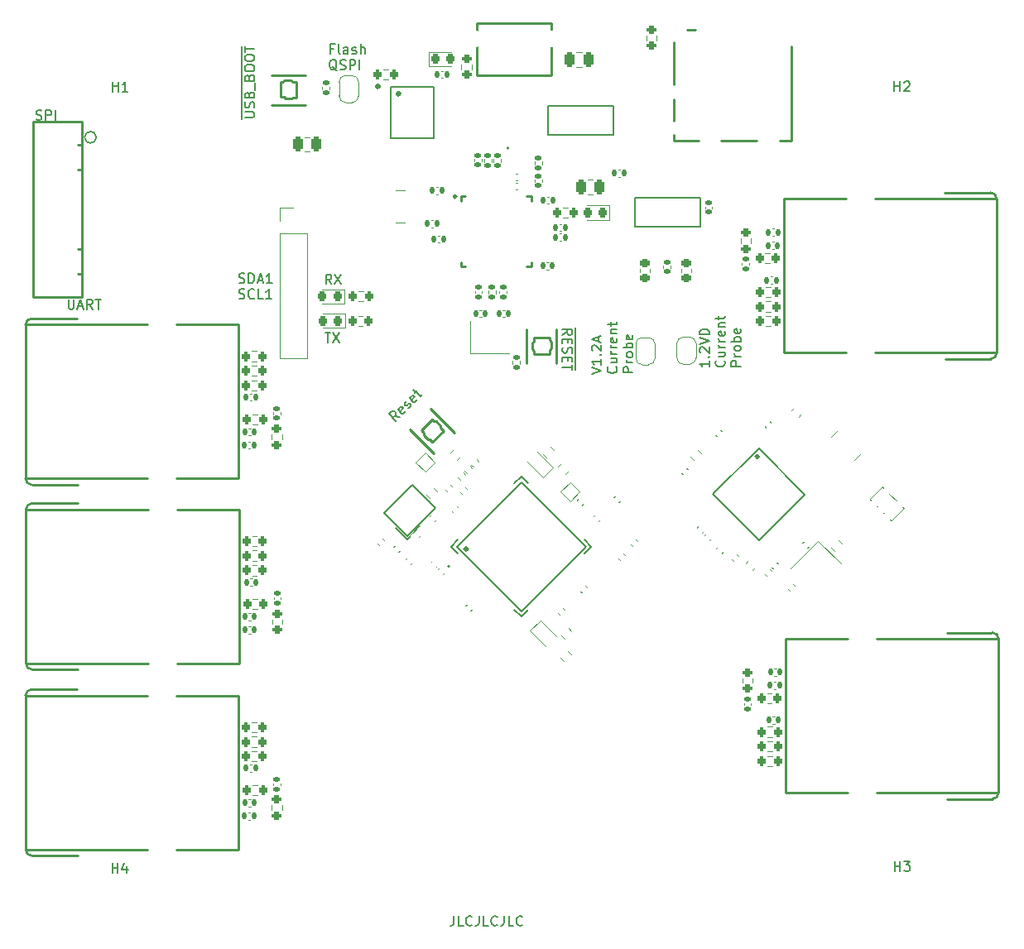
<source format=gbr>
%TF.GenerationSoftware,KiCad,Pcbnew,9.0.1*%
%TF.CreationDate,2025-05-30T17:07:53-07:00*%
%TF.ProjectId,peripheral_board,70657269-7068-4657-9261-6c5f626f6172,rev?*%
%TF.SameCoordinates,Original*%
%TF.FileFunction,Legend,Top*%
%TF.FilePolarity,Positive*%
%FSLAX46Y46*%
G04 Gerber Fmt 4.6, Leading zero omitted, Abs format (unit mm)*
G04 Created by KiCad (PCBNEW 9.0.1) date 2025-05-30 17:07:53*
%MOMM*%
%LPD*%
G01*
G04 APERTURE LIST*
G04 Aperture macros list*
%AMRoundRect*
0 Rectangle with rounded corners*
0 $1 Rounding radius*
0 $2 $3 $4 $5 $6 $7 $8 $9 X,Y pos of 4 corners*
0 Add a 4 corners polygon primitive as box body*
4,1,4,$2,$3,$4,$5,$6,$7,$8,$9,$2,$3,0*
0 Add four circle primitives for the rounded corners*
1,1,$1+$1,$2,$3*
1,1,$1+$1,$4,$5*
1,1,$1+$1,$6,$7*
1,1,$1+$1,$8,$9*
0 Add four rect primitives between the rounded corners*
20,1,$1+$1,$2,$3,$4,$5,0*
20,1,$1+$1,$4,$5,$6,$7,0*
20,1,$1+$1,$6,$7,$8,$9,0*
20,1,$1+$1,$8,$9,$2,$3,0*%
%AMHorizOval*
0 Thick line with rounded ends*
0 $1 width*
0 $2 $3 position (X,Y) of the first rounded end (center of the circle)*
0 $4 $5 position (X,Y) of the second rounded end (center of the circle)*
0 Add line between two ends*
20,1,$1,$2,$3,$4,$5,0*
0 Add two circle primitives to create the rounded ends*
1,1,$1,$2,$3*
1,1,$1,$4,$5*%
%AMRotRect*
0 Rectangle, with rotation*
0 The origin of the aperture is its center*
0 $1 length*
0 $2 width*
0 $3 Rotation angle, in degrees counterclockwise*
0 Add horizontal line*
21,1,$1,$2,0,0,$3*%
%AMFreePoly0*
4,1,23,0.500000,-0.750000,0.000000,-0.750000,0.000000,-0.745722,-0.065263,-0.745722,-0.191342,-0.711940,-0.304381,-0.646677,-0.396677,-0.554381,-0.461940,-0.441342,-0.495722,-0.315263,-0.495722,-0.250000,-0.500000,-0.250000,-0.500000,0.250000,-0.495722,0.250000,-0.495722,0.315263,-0.461940,0.441342,-0.396677,0.554381,-0.304381,0.646677,-0.191342,0.711940,-0.065263,0.745722,0.000000,0.745722,
0.000000,0.750000,0.500000,0.750000,0.500000,-0.750000,0.500000,-0.750000,$1*%
%AMFreePoly1*
4,1,23,0.000000,0.745722,0.065263,0.745722,0.191342,0.711940,0.304381,0.646677,0.396677,0.554381,0.461940,0.441342,0.495722,0.315263,0.495722,0.250000,0.500000,0.250000,0.500000,-0.250000,0.495722,-0.250000,0.495722,-0.315263,0.461940,-0.441342,0.396677,-0.554381,0.304381,-0.646677,0.191342,-0.711940,0.065263,-0.745722,0.000000,-0.745722,0.000000,-0.750000,-0.500000,-0.750000,
-0.500000,0.750000,0.000000,0.750000,0.000000,0.745722,0.000000,0.745722,$1*%
G04 Aperture macros list end*
%ADD10C,0.150000*%
%ADD11C,0.120000*%
%ADD12C,0.250000*%
%ADD13C,0.100000*%
%ADD14C,0.200000*%
%ADD15C,0.300000*%
%ADD16C,0.191421*%
%ADD17C,0.000000*%
%ADD18RoundRect,0.200000X0.335876X0.053033X0.053033X0.335876X-0.335876X-0.053033X-0.053033X-0.335876X0*%
%ADD19RoundRect,0.200000X-0.275000X0.200000X-0.275000X-0.200000X0.275000X-0.200000X0.275000X0.200000X0*%
%ADD20RoundRect,0.140000X0.170000X-0.140000X0.170000X0.140000X-0.170000X0.140000X-0.170000X-0.140000X0*%
%ADD21RoundRect,0.140000X-0.170000X0.140000X-0.170000X-0.140000X0.170000X-0.140000X0.170000X0.140000X0*%
%ADD22C,3.250000*%
%ADD23C,1.520000*%
%ADD24C,2.500000*%
%ADD25RoundRect,0.140000X-0.021213X0.219203X-0.219203X0.021213X0.021213X-0.219203X0.219203X-0.021213X0*%
%ADD26RotRect,1.000000X1.000000X315.000000*%
%ADD27RoundRect,0.140000X-0.140000X-0.170000X0.140000X-0.170000X0.140000X0.170000X-0.140000X0.170000X0*%
%ADD28RoundRect,0.140000X0.140000X0.170000X-0.140000X0.170000X-0.140000X-0.170000X0.140000X-0.170000X0*%
%ADD29RoundRect,0.218750X0.218750X0.256250X-0.218750X0.256250X-0.218750X-0.256250X0.218750X-0.256250X0*%
%ADD30RoundRect,0.140000X-0.219203X-0.021213X-0.021213X-0.219203X0.219203X0.021213X0.021213X0.219203X0*%
%ADD31RoundRect,0.200000X-0.200000X-0.275000X0.200000X-0.275000X0.200000X0.275000X-0.200000X0.275000X0*%
%ADD32RoundRect,0.200000X-0.053033X0.335876X-0.335876X0.053033X0.053033X-0.335876X0.335876X-0.053033X0*%
%ADD33RoundRect,0.140000X0.219203X0.021213X0.021213X0.219203X-0.219203X-0.021213X-0.021213X-0.219203X0*%
%ADD34RotRect,1.400000X1.200000X225.000000*%
%ADD35R,1.100000X2.500000*%
%ADD36R,3.600000X2.340000*%
%ADD37R,1.050000X1.150000*%
%ADD38RotRect,1.100000X0.600000X225.000000*%
%ADD39RoundRect,0.135000X0.226274X0.035355X0.035355X0.226274X-0.226274X-0.035355X-0.035355X-0.226274X0*%
%ADD40RoundRect,0.218750X-0.218750X-0.256250X0.218750X-0.256250X0.218750X0.256250X-0.218750X0.256250X0*%
%ADD41RoundRect,0.200000X0.200000X0.275000X-0.200000X0.275000X-0.200000X-0.275000X0.200000X-0.275000X0*%
%ADD42RoundRect,0.218750X-0.335876X-0.026517X-0.026517X-0.335876X0.335876X0.026517X0.026517X0.335876X0*%
%ADD43R,0.800000X0.500000*%
%ADD44R,0.800000X0.400000*%
%ADD45RoundRect,0.140000X0.021213X-0.219203X0.219203X-0.021213X-0.021213X0.219203X-0.219203X0.021213X0*%
%ADD46RoundRect,0.200000X-0.335876X-0.053033X-0.053033X-0.335876X0.335876X0.053033X0.053033X0.335876X0*%
%ADD47HorizOval,0.270000X-0.434871X0.434871X0.434871X-0.434871X0*%
%ADD48HorizOval,0.270000X-0.434871X-0.434871X0.434871X0.434871X0*%
%ADD49RoundRect,0.135000X-0.185000X0.135000X-0.185000X-0.135000X0.185000X-0.135000X0.185000X0.135000X0*%
%ADD50R,0.470000X0.530000*%
%ADD51FreePoly0,90.000000*%
%ADD52FreePoly1,90.000000*%
%ADD53RotRect,0.220000X1.460000X315.000000*%
%ADD54RotRect,1.460000X0.220000X315.000000*%
%ADD55O,2.250000X0.630000*%
%ADD56RoundRect,0.218750X0.026517X-0.335876X0.335876X-0.026517X-0.026517X0.335876X-0.335876X0.026517X0*%
%ADD57RoundRect,0.135000X0.185000X-0.135000X0.185000X0.135000X-0.185000X0.135000X-0.185000X-0.135000X0*%
%ADD58R,1.400000X1.200000*%
%ADD59RoundRect,0.200000X0.053033X-0.335876X0.335876X-0.053033X-0.053033X0.335876X-0.335876X0.053033X0*%
%ADD60RoundRect,0.250000X0.250000X0.475000X-0.250000X0.475000X-0.250000X-0.475000X0.250000X-0.475000X0*%
%ADD61RoundRect,0.200000X0.275000X-0.200000X0.275000X0.200000X-0.275000X0.200000X-0.275000X-0.200000X0*%
%ADD62R,0.700000X1.700000*%
%ADD63R,0.450000X1.380000*%
%ADD64O,1.400000X1.800000*%
%ADD65R,1.380000X1.900000*%
%ADD66R,1.480000X2.100000*%
%ADD67RotRect,1.400000X1.200000X45.000000*%
%ADD68R,0.700000X1.200000*%
%ADD69R,1.170000X1.800000*%
%ADD70R,1.550000X1.350000*%
%ADD71R,1.200000X1.000000*%
%ADD72R,1.900000X1.350000*%
%ADD73RoundRect,0.218750X0.335876X0.026517X0.026517X0.335876X-0.335876X-0.026517X-0.026517X-0.335876X0*%
%ADD74RoundRect,0.250000X-0.250000X-0.475000X0.250000X-0.475000X0.250000X0.475000X-0.250000X0.475000X0*%
%ADD75R,1.400000X1.400000*%
%ADD76C,1.400000*%
%ADD77RotRect,1.050000X1.150000X225.000000*%
%ADD78RotRect,0.800000X0.500000X45.000000*%
%ADD79RotRect,0.800000X0.400000X45.000000*%
%ADD80RotRect,1.000000X1.000000X135.000000*%
%ADD81R,1.700000X1.700000*%
%ADD82C,1.700000*%
%ADD83R,0.880000X0.200000*%
%ADD84R,0.200000X0.880000*%
%ADD85R,3.400000X3.400000*%
%ADD86R,1.150000X1.050000*%
%ADD87RoundRect,0.218750X-0.256250X0.218750X-0.256250X-0.218750X0.256250X-0.218750X0.256250X0.218750X0*%
%ADD88RoundRect,0.218750X-0.026517X0.335876X-0.335876X0.026517X0.026517X-0.335876X0.335876X-0.026517X0*%
%ADD89C,1.000000*%
G04 APERTURE END LIST*
D10*
X104341318Y-53941318D02*
G75*
G02*
X103158682Y-53941318I-591318J0D01*
G01*
X103158682Y-53941318D02*
G75*
G02*
X104341318Y-53941318I591318J0D01*
G01*
X127743922Y-73969819D02*
X128315350Y-73969819D01*
X128029636Y-74969819D02*
X128029636Y-73969819D01*
X128553446Y-73969819D02*
X129220112Y-74969819D01*
X129220112Y-73969819D02*
X128553446Y-74969819D01*
X98189160Y-52122200D02*
X98332017Y-52169819D01*
X98332017Y-52169819D02*
X98570112Y-52169819D01*
X98570112Y-52169819D02*
X98665350Y-52122200D01*
X98665350Y-52122200D02*
X98712969Y-52074580D01*
X98712969Y-52074580D02*
X98760588Y-51979342D01*
X98760588Y-51979342D02*
X98760588Y-51884104D01*
X98760588Y-51884104D02*
X98712969Y-51788866D01*
X98712969Y-51788866D02*
X98665350Y-51741247D01*
X98665350Y-51741247D02*
X98570112Y-51693628D01*
X98570112Y-51693628D02*
X98379636Y-51646009D01*
X98379636Y-51646009D02*
X98284398Y-51598390D01*
X98284398Y-51598390D02*
X98236779Y-51550771D01*
X98236779Y-51550771D02*
X98189160Y-51455533D01*
X98189160Y-51455533D02*
X98189160Y-51360295D01*
X98189160Y-51360295D02*
X98236779Y-51265057D01*
X98236779Y-51265057D02*
X98284398Y-51217438D01*
X98284398Y-51217438D02*
X98379636Y-51169819D01*
X98379636Y-51169819D02*
X98617731Y-51169819D01*
X98617731Y-51169819D02*
X98760588Y-51217438D01*
X99189160Y-52169819D02*
X99189160Y-51169819D01*
X99189160Y-51169819D02*
X99570112Y-51169819D01*
X99570112Y-51169819D02*
X99665350Y-51217438D01*
X99665350Y-51217438D02*
X99712969Y-51265057D01*
X99712969Y-51265057D02*
X99760588Y-51360295D01*
X99760588Y-51360295D02*
X99760588Y-51503152D01*
X99760588Y-51503152D02*
X99712969Y-51598390D01*
X99712969Y-51598390D02*
X99665350Y-51646009D01*
X99665350Y-51646009D02*
X99570112Y-51693628D01*
X99570112Y-51693628D02*
X99189160Y-51693628D01*
X100189160Y-52169819D02*
X100189160Y-51169819D01*
X135400148Y-82565748D02*
X134827728Y-82464733D01*
X134996087Y-82969809D02*
X134288980Y-82262702D01*
X134288980Y-82262702D02*
X134558354Y-81993328D01*
X134558354Y-81993328D02*
X134659369Y-81959656D01*
X134659369Y-81959656D02*
X134726713Y-81959656D01*
X134726713Y-81959656D02*
X134827728Y-81993328D01*
X134827728Y-81993328D02*
X134928743Y-82094343D01*
X134928743Y-82094343D02*
X134962415Y-82195358D01*
X134962415Y-82195358D02*
X134962415Y-82262702D01*
X134962415Y-82262702D02*
X134928743Y-82363717D01*
X134928743Y-82363717D02*
X134659369Y-82633091D01*
X135938896Y-81959656D02*
X135905224Y-82060671D01*
X135905224Y-82060671D02*
X135770537Y-82195358D01*
X135770537Y-82195358D02*
X135669522Y-82229030D01*
X135669522Y-82229030D02*
X135568506Y-82195358D01*
X135568506Y-82195358D02*
X135299132Y-81925984D01*
X135299132Y-81925984D02*
X135265461Y-81824969D01*
X135265461Y-81824969D02*
X135299132Y-81723954D01*
X135299132Y-81723954D02*
X135433819Y-81589267D01*
X135433819Y-81589267D02*
X135534835Y-81555595D01*
X135534835Y-81555595D02*
X135635850Y-81589267D01*
X135635850Y-81589267D02*
X135703193Y-81656610D01*
X135703193Y-81656610D02*
X135433819Y-82060671D01*
X136241941Y-81656610D02*
X136342957Y-81622939D01*
X136342957Y-81622939D02*
X136477644Y-81488252D01*
X136477644Y-81488252D02*
X136511315Y-81387236D01*
X136511315Y-81387236D02*
X136477644Y-81286221D01*
X136477644Y-81286221D02*
X136443972Y-81252549D01*
X136443972Y-81252549D02*
X136342957Y-81218878D01*
X136342957Y-81218878D02*
X136241941Y-81252549D01*
X136241941Y-81252549D02*
X136140926Y-81353565D01*
X136140926Y-81353565D02*
X136039911Y-81387236D01*
X136039911Y-81387236D02*
X135938896Y-81353565D01*
X135938896Y-81353565D02*
X135905224Y-81319893D01*
X135905224Y-81319893D02*
X135871552Y-81218878D01*
X135871552Y-81218878D02*
X135905224Y-81117862D01*
X135905224Y-81117862D02*
X136006239Y-81016847D01*
X136006239Y-81016847D02*
X136107254Y-80983175D01*
X137117407Y-80781145D02*
X137083735Y-80882160D01*
X137083735Y-80882160D02*
X136949048Y-81016847D01*
X136949048Y-81016847D02*
X136848033Y-81050519D01*
X136848033Y-81050519D02*
X136747018Y-81016847D01*
X136747018Y-81016847D02*
X136477644Y-80747473D01*
X136477644Y-80747473D02*
X136443972Y-80646458D01*
X136443972Y-80646458D02*
X136477644Y-80545442D01*
X136477644Y-80545442D02*
X136612331Y-80410755D01*
X136612331Y-80410755D02*
X136713346Y-80377084D01*
X136713346Y-80377084D02*
X136814361Y-80410755D01*
X136814361Y-80410755D02*
X136881705Y-80478099D01*
X136881705Y-80478099D02*
X136612331Y-80882160D01*
X136915377Y-80107710D02*
X137184751Y-79838336D01*
X136780690Y-79770992D02*
X137386781Y-80377084D01*
X137386781Y-80377084D02*
X137487796Y-80410755D01*
X137487796Y-80410755D02*
X137588812Y-80377084D01*
X137588812Y-80377084D02*
X137656155Y-80309740D01*
X119519819Y-51913220D02*
X120329342Y-51913220D01*
X120329342Y-51913220D02*
X120424580Y-51865601D01*
X120424580Y-51865601D02*
X120472200Y-51817982D01*
X120472200Y-51817982D02*
X120519819Y-51722744D01*
X120519819Y-51722744D02*
X120519819Y-51532268D01*
X120519819Y-51532268D02*
X120472200Y-51437030D01*
X120472200Y-51437030D02*
X120424580Y-51389411D01*
X120424580Y-51389411D02*
X120329342Y-51341792D01*
X120329342Y-51341792D02*
X119519819Y-51341792D01*
X120472200Y-50913220D02*
X120519819Y-50770363D01*
X120519819Y-50770363D02*
X120519819Y-50532268D01*
X120519819Y-50532268D02*
X120472200Y-50437030D01*
X120472200Y-50437030D02*
X120424580Y-50389411D01*
X120424580Y-50389411D02*
X120329342Y-50341792D01*
X120329342Y-50341792D02*
X120234104Y-50341792D01*
X120234104Y-50341792D02*
X120138866Y-50389411D01*
X120138866Y-50389411D02*
X120091247Y-50437030D01*
X120091247Y-50437030D02*
X120043628Y-50532268D01*
X120043628Y-50532268D02*
X119996009Y-50722744D01*
X119996009Y-50722744D02*
X119948390Y-50817982D01*
X119948390Y-50817982D02*
X119900771Y-50865601D01*
X119900771Y-50865601D02*
X119805533Y-50913220D01*
X119805533Y-50913220D02*
X119710295Y-50913220D01*
X119710295Y-50913220D02*
X119615057Y-50865601D01*
X119615057Y-50865601D02*
X119567438Y-50817982D01*
X119567438Y-50817982D02*
X119519819Y-50722744D01*
X119519819Y-50722744D02*
X119519819Y-50484649D01*
X119519819Y-50484649D02*
X119567438Y-50341792D01*
X119996009Y-49579887D02*
X120043628Y-49437030D01*
X120043628Y-49437030D02*
X120091247Y-49389411D01*
X120091247Y-49389411D02*
X120186485Y-49341792D01*
X120186485Y-49341792D02*
X120329342Y-49341792D01*
X120329342Y-49341792D02*
X120424580Y-49389411D01*
X120424580Y-49389411D02*
X120472200Y-49437030D01*
X120472200Y-49437030D02*
X120519819Y-49532268D01*
X120519819Y-49532268D02*
X120519819Y-49913220D01*
X120519819Y-49913220D02*
X119519819Y-49913220D01*
X119519819Y-49913220D02*
X119519819Y-49579887D01*
X119519819Y-49579887D02*
X119567438Y-49484649D01*
X119567438Y-49484649D02*
X119615057Y-49437030D01*
X119615057Y-49437030D02*
X119710295Y-49389411D01*
X119710295Y-49389411D02*
X119805533Y-49389411D01*
X119805533Y-49389411D02*
X119900771Y-49437030D01*
X119900771Y-49437030D02*
X119948390Y-49484649D01*
X119948390Y-49484649D02*
X119996009Y-49579887D01*
X119996009Y-49579887D02*
X119996009Y-49913220D01*
X120615057Y-49151316D02*
X120615057Y-48389411D01*
X119996009Y-47817982D02*
X120043628Y-47675125D01*
X120043628Y-47675125D02*
X120091247Y-47627506D01*
X120091247Y-47627506D02*
X120186485Y-47579887D01*
X120186485Y-47579887D02*
X120329342Y-47579887D01*
X120329342Y-47579887D02*
X120424580Y-47627506D01*
X120424580Y-47627506D02*
X120472200Y-47675125D01*
X120472200Y-47675125D02*
X120519819Y-47770363D01*
X120519819Y-47770363D02*
X120519819Y-48151315D01*
X120519819Y-48151315D02*
X119519819Y-48151315D01*
X119519819Y-48151315D02*
X119519819Y-47817982D01*
X119519819Y-47817982D02*
X119567438Y-47722744D01*
X119567438Y-47722744D02*
X119615057Y-47675125D01*
X119615057Y-47675125D02*
X119710295Y-47627506D01*
X119710295Y-47627506D02*
X119805533Y-47627506D01*
X119805533Y-47627506D02*
X119900771Y-47675125D01*
X119900771Y-47675125D02*
X119948390Y-47722744D01*
X119948390Y-47722744D02*
X119996009Y-47817982D01*
X119996009Y-47817982D02*
X119996009Y-48151315D01*
X119519819Y-46960839D02*
X119519819Y-46770363D01*
X119519819Y-46770363D02*
X119567438Y-46675125D01*
X119567438Y-46675125D02*
X119662676Y-46579887D01*
X119662676Y-46579887D02*
X119853152Y-46532268D01*
X119853152Y-46532268D02*
X120186485Y-46532268D01*
X120186485Y-46532268D02*
X120376961Y-46579887D01*
X120376961Y-46579887D02*
X120472200Y-46675125D01*
X120472200Y-46675125D02*
X120519819Y-46770363D01*
X120519819Y-46770363D02*
X120519819Y-46960839D01*
X120519819Y-46960839D02*
X120472200Y-47056077D01*
X120472200Y-47056077D02*
X120376961Y-47151315D01*
X120376961Y-47151315D02*
X120186485Y-47198934D01*
X120186485Y-47198934D02*
X119853152Y-47198934D01*
X119853152Y-47198934D02*
X119662676Y-47151315D01*
X119662676Y-47151315D02*
X119567438Y-47056077D01*
X119567438Y-47056077D02*
X119519819Y-46960839D01*
X119519819Y-45913220D02*
X119519819Y-45722744D01*
X119519819Y-45722744D02*
X119567438Y-45627506D01*
X119567438Y-45627506D02*
X119662676Y-45532268D01*
X119662676Y-45532268D02*
X119853152Y-45484649D01*
X119853152Y-45484649D02*
X120186485Y-45484649D01*
X120186485Y-45484649D02*
X120376961Y-45532268D01*
X120376961Y-45532268D02*
X120472200Y-45627506D01*
X120472200Y-45627506D02*
X120519819Y-45722744D01*
X120519819Y-45722744D02*
X120519819Y-45913220D01*
X120519819Y-45913220D02*
X120472200Y-46008458D01*
X120472200Y-46008458D02*
X120376961Y-46103696D01*
X120376961Y-46103696D02*
X120186485Y-46151315D01*
X120186485Y-46151315D02*
X119853152Y-46151315D01*
X119853152Y-46151315D02*
X119662676Y-46103696D01*
X119662676Y-46103696D02*
X119567438Y-46008458D01*
X119567438Y-46008458D02*
X119519819Y-45913220D01*
X119519819Y-45198934D02*
X119519819Y-44627506D01*
X120519819Y-44913220D02*
X119519819Y-44913220D01*
X119242200Y-52051316D02*
X119242200Y-44632268D01*
X101486779Y-70519819D02*
X101486779Y-71329342D01*
X101486779Y-71329342D02*
X101534398Y-71424580D01*
X101534398Y-71424580D02*
X101582017Y-71472200D01*
X101582017Y-71472200D02*
X101677255Y-71519819D01*
X101677255Y-71519819D02*
X101867731Y-71519819D01*
X101867731Y-71519819D02*
X101962969Y-71472200D01*
X101962969Y-71472200D02*
X102010588Y-71424580D01*
X102010588Y-71424580D02*
X102058207Y-71329342D01*
X102058207Y-71329342D02*
X102058207Y-70519819D01*
X102486779Y-71234104D02*
X102962969Y-71234104D01*
X102391541Y-71519819D02*
X102724874Y-70519819D01*
X102724874Y-70519819D02*
X103058207Y-71519819D01*
X103962969Y-71519819D02*
X103629636Y-71043628D01*
X103391541Y-71519819D02*
X103391541Y-70519819D01*
X103391541Y-70519819D02*
X103772493Y-70519819D01*
X103772493Y-70519819D02*
X103867731Y-70567438D01*
X103867731Y-70567438D02*
X103915350Y-70615057D01*
X103915350Y-70615057D02*
X103962969Y-70710295D01*
X103962969Y-70710295D02*
X103962969Y-70853152D01*
X103962969Y-70853152D02*
X103915350Y-70948390D01*
X103915350Y-70948390D02*
X103867731Y-70996009D01*
X103867731Y-70996009D02*
X103772493Y-71043628D01*
X103772493Y-71043628D02*
X103391541Y-71043628D01*
X104248684Y-70519819D02*
X104820112Y-70519819D01*
X104534398Y-71519819D02*
X104534398Y-70519819D01*
X128408207Y-68969819D02*
X128074874Y-68493628D01*
X127836779Y-68969819D02*
X127836779Y-67969819D01*
X127836779Y-67969819D02*
X128217731Y-67969819D01*
X128217731Y-67969819D02*
X128312969Y-68017438D01*
X128312969Y-68017438D02*
X128360588Y-68065057D01*
X128360588Y-68065057D02*
X128408207Y-68160295D01*
X128408207Y-68160295D02*
X128408207Y-68303152D01*
X128408207Y-68303152D02*
X128360588Y-68398390D01*
X128360588Y-68398390D02*
X128312969Y-68446009D01*
X128312969Y-68446009D02*
X128217731Y-68493628D01*
X128217731Y-68493628D02*
X127836779Y-68493628D01*
X128741541Y-67969819D02*
X129408207Y-68969819D01*
X129408207Y-67969819D02*
X128741541Y-68969819D01*
X152030180Y-74158207D02*
X152506371Y-73824874D01*
X152030180Y-73586779D02*
X153030180Y-73586779D01*
X153030180Y-73586779D02*
X153030180Y-73967731D01*
X153030180Y-73967731D02*
X152982561Y-74062969D01*
X152982561Y-74062969D02*
X152934942Y-74110588D01*
X152934942Y-74110588D02*
X152839704Y-74158207D01*
X152839704Y-74158207D02*
X152696847Y-74158207D01*
X152696847Y-74158207D02*
X152601609Y-74110588D01*
X152601609Y-74110588D02*
X152553990Y-74062969D01*
X152553990Y-74062969D02*
X152506371Y-73967731D01*
X152506371Y-73967731D02*
X152506371Y-73586779D01*
X152553990Y-74586779D02*
X152553990Y-74920112D01*
X152030180Y-75062969D02*
X152030180Y-74586779D01*
X152030180Y-74586779D02*
X153030180Y-74586779D01*
X153030180Y-74586779D02*
X153030180Y-75062969D01*
X152077800Y-75443922D02*
X152030180Y-75586779D01*
X152030180Y-75586779D02*
X152030180Y-75824874D01*
X152030180Y-75824874D02*
X152077800Y-75920112D01*
X152077800Y-75920112D02*
X152125419Y-75967731D01*
X152125419Y-75967731D02*
X152220657Y-76015350D01*
X152220657Y-76015350D02*
X152315895Y-76015350D01*
X152315895Y-76015350D02*
X152411133Y-75967731D01*
X152411133Y-75967731D02*
X152458752Y-75920112D01*
X152458752Y-75920112D02*
X152506371Y-75824874D01*
X152506371Y-75824874D02*
X152553990Y-75634398D01*
X152553990Y-75634398D02*
X152601609Y-75539160D01*
X152601609Y-75539160D02*
X152649228Y-75491541D01*
X152649228Y-75491541D02*
X152744466Y-75443922D01*
X152744466Y-75443922D02*
X152839704Y-75443922D01*
X152839704Y-75443922D02*
X152934942Y-75491541D01*
X152934942Y-75491541D02*
X152982561Y-75539160D01*
X152982561Y-75539160D02*
X153030180Y-75634398D01*
X153030180Y-75634398D02*
X153030180Y-75872493D01*
X153030180Y-75872493D02*
X152982561Y-76015350D01*
X152553990Y-76443922D02*
X152553990Y-76777255D01*
X152030180Y-76920112D02*
X152030180Y-76443922D01*
X152030180Y-76443922D02*
X153030180Y-76443922D01*
X153030180Y-76443922D02*
X153030180Y-76920112D01*
X153030180Y-77205827D02*
X153030180Y-77777255D01*
X152030180Y-77491541D02*
X153030180Y-77491541D01*
X153307800Y-73448684D02*
X153307800Y-77772494D01*
X167049931Y-76839411D02*
X167049931Y-77410839D01*
X167049931Y-77125125D02*
X166049931Y-77125125D01*
X166049931Y-77125125D02*
X166192788Y-77220363D01*
X166192788Y-77220363D02*
X166288026Y-77315601D01*
X166288026Y-77315601D02*
X166335645Y-77410839D01*
X166954692Y-76410839D02*
X167002312Y-76363220D01*
X167002312Y-76363220D02*
X167049931Y-76410839D01*
X167049931Y-76410839D02*
X167002312Y-76458458D01*
X167002312Y-76458458D02*
X166954692Y-76410839D01*
X166954692Y-76410839D02*
X167049931Y-76410839D01*
X166145169Y-75982268D02*
X166097550Y-75934649D01*
X166097550Y-75934649D02*
X166049931Y-75839411D01*
X166049931Y-75839411D02*
X166049931Y-75601316D01*
X166049931Y-75601316D02*
X166097550Y-75506078D01*
X166097550Y-75506078D02*
X166145169Y-75458459D01*
X166145169Y-75458459D02*
X166240407Y-75410840D01*
X166240407Y-75410840D02*
X166335645Y-75410840D01*
X166335645Y-75410840D02*
X166478502Y-75458459D01*
X166478502Y-75458459D02*
X167049931Y-76029887D01*
X167049931Y-76029887D02*
X167049931Y-75410840D01*
X166049931Y-75125125D02*
X167049931Y-74791792D01*
X167049931Y-74791792D02*
X166049931Y-74458459D01*
X167049931Y-74125125D02*
X166049931Y-74125125D01*
X166049931Y-74125125D02*
X166049931Y-73887030D01*
X166049931Y-73887030D02*
X166097550Y-73744173D01*
X166097550Y-73744173D02*
X166192788Y-73648935D01*
X166192788Y-73648935D02*
X166288026Y-73601316D01*
X166288026Y-73601316D02*
X166478502Y-73553697D01*
X166478502Y-73553697D02*
X166621359Y-73553697D01*
X166621359Y-73553697D02*
X166811835Y-73601316D01*
X166811835Y-73601316D02*
X166907073Y-73648935D01*
X166907073Y-73648935D02*
X167002312Y-73744173D01*
X167002312Y-73744173D02*
X167049931Y-73887030D01*
X167049931Y-73887030D02*
X167049931Y-74125125D01*
X168564636Y-76791792D02*
X168612256Y-76839411D01*
X168612256Y-76839411D02*
X168659875Y-76982268D01*
X168659875Y-76982268D02*
X168659875Y-77077506D01*
X168659875Y-77077506D02*
X168612256Y-77220363D01*
X168612256Y-77220363D02*
X168517017Y-77315601D01*
X168517017Y-77315601D02*
X168421779Y-77363220D01*
X168421779Y-77363220D02*
X168231303Y-77410839D01*
X168231303Y-77410839D02*
X168088446Y-77410839D01*
X168088446Y-77410839D02*
X167897970Y-77363220D01*
X167897970Y-77363220D02*
X167802732Y-77315601D01*
X167802732Y-77315601D02*
X167707494Y-77220363D01*
X167707494Y-77220363D02*
X167659875Y-77077506D01*
X167659875Y-77077506D02*
X167659875Y-76982268D01*
X167659875Y-76982268D02*
X167707494Y-76839411D01*
X167707494Y-76839411D02*
X167755113Y-76791792D01*
X167993208Y-75934649D02*
X168659875Y-75934649D01*
X167993208Y-76363220D02*
X168517017Y-76363220D01*
X168517017Y-76363220D02*
X168612256Y-76315601D01*
X168612256Y-76315601D02*
X168659875Y-76220363D01*
X168659875Y-76220363D02*
X168659875Y-76077506D01*
X168659875Y-76077506D02*
X168612256Y-75982268D01*
X168612256Y-75982268D02*
X168564636Y-75934649D01*
X168659875Y-75458458D02*
X167993208Y-75458458D01*
X168183684Y-75458458D02*
X168088446Y-75410839D01*
X168088446Y-75410839D02*
X168040827Y-75363220D01*
X168040827Y-75363220D02*
X167993208Y-75267982D01*
X167993208Y-75267982D02*
X167993208Y-75172744D01*
X168659875Y-74839410D02*
X167993208Y-74839410D01*
X168183684Y-74839410D02*
X168088446Y-74791791D01*
X168088446Y-74791791D02*
X168040827Y-74744172D01*
X168040827Y-74744172D02*
X167993208Y-74648934D01*
X167993208Y-74648934D02*
X167993208Y-74553696D01*
X168612256Y-73839410D02*
X168659875Y-73934648D01*
X168659875Y-73934648D02*
X168659875Y-74125124D01*
X168659875Y-74125124D02*
X168612256Y-74220362D01*
X168612256Y-74220362D02*
X168517017Y-74267981D01*
X168517017Y-74267981D02*
X168136065Y-74267981D01*
X168136065Y-74267981D02*
X168040827Y-74220362D01*
X168040827Y-74220362D02*
X167993208Y-74125124D01*
X167993208Y-74125124D02*
X167993208Y-73934648D01*
X167993208Y-73934648D02*
X168040827Y-73839410D01*
X168040827Y-73839410D02*
X168136065Y-73791791D01*
X168136065Y-73791791D02*
X168231303Y-73791791D01*
X168231303Y-73791791D02*
X168326541Y-74267981D01*
X167993208Y-73363219D02*
X168659875Y-73363219D01*
X168088446Y-73363219D02*
X168040827Y-73315600D01*
X168040827Y-73315600D02*
X167993208Y-73220362D01*
X167993208Y-73220362D02*
X167993208Y-73077505D01*
X167993208Y-73077505D02*
X168040827Y-72982267D01*
X168040827Y-72982267D02*
X168136065Y-72934648D01*
X168136065Y-72934648D02*
X168659875Y-72934648D01*
X167993208Y-72601314D02*
X167993208Y-72220362D01*
X167659875Y-72458457D02*
X168517017Y-72458457D01*
X168517017Y-72458457D02*
X168612256Y-72410838D01*
X168612256Y-72410838D02*
X168659875Y-72315600D01*
X168659875Y-72315600D02*
X168659875Y-72220362D01*
X170269819Y-77363220D02*
X169269819Y-77363220D01*
X169269819Y-77363220D02*
X169269819Y-76982268D01*
X169269819Y-76982268D02*
X169317438Y-76887030D01*
X169317438Y-76887030D02*
X169365057Y-76839411D01*
X169365057Y-76839411D02*
X169460295Y-76791792D01*
X169460295Y-76791792D02*
X169603152Y-76791792D01*
X169603152Y-76791792D02*
X169698390Y-76839411D01*
X169698390Y-76839411D02*
X169746009Y-76887030D01*
X169746009Y-76887030D02*
X169793628Y-76982268D01*
X169793628Y-76982268D02*
X169793628Y-77363220D01*
X170269819Y-76363220D02*
X169603152Y-76363220D01*
X169793628Y-76363220D02*
X169698390Y-76315601D01*
X169698390Y-76315601D02*
X169650771Y-76267982D01*
X169650771Y-76267982D02*
X169603152Y-76172744D01*
X169603152Y-76172744D02*
X169603152Y-76077506D01*
X170269819Y-75601315D02*
X170222200Y-75696553D01*
X170222200Y-75696553D02*
X170174580Y-75744172D01*
X170174580Y-75744172D02*
X170079342Y-75791791D01*
X170079342Y-75791791D02*
X169793628Y-75791791D01*
X169793628Y-75791791D02*
X169698390Y-75744172D01*
X169698390Y-75744172D02*
X169650771Y-75696553D01*
X169650771Y-75696553D02*
X169603152Y-75601315D01*
X169603152Y-75601315D02*
X169603152Y-75458458D01*
X169603152Y-75458458D02*
X169650771Y-75363220D01*
X169650771Y-75363220D02*
X169698390Y-75315601D01*
X169698390Y-75315601D02*
X169793628Y-75267982D01*
X169793628Y-75267982D02*
X170079342Y-75267982D01*
X170079342Y-75267982D02*
X170174580Y-75315601D01*
X170174580Y-75315601D02*
X170222200Y-75363220D01*
X170222200Y-75363220D02*
X170269819Y-75458458D01*
X170269819Y-75458458D02*
X170269819Y-75601315D01*
X170269819Y-74839410D02*
X169269819Y-74839410D01*
X169650771Y-74839410D02*
X169603152Y-74744172D01*
X169603152Y-74744172D02*
X169603152Y-74553696D01*
X169603152Y-74553696D02*
X169650771Y-74458458D01*
X169650771Y-74458458D02*
X169698390Y-74410839D01*
X169698390Y-74410839D02*
X169793628Y-74363220D01*
X169793628Y-74363220D02*
X170079342Y-74363220D01*
X170079342Y-74363220D02*
X170174580Y-74410839D01*
X170174580Y-74410839D02*
X170222200Y-74458458D01*
X170222200Y-74458458D02*
X170269819Y-74553696D01*
X170269819Y-74553696D02*
X170269819Y-74744172D01*
X170269819Y-74744172D02*
X170222200Y-74839410D01*
X170222200Y-73553696D02*
X170269819Y-73648934D01*
X170269819Y-73648934D02*
X170269819Y-73839410D01*
X170269819Y-73839410D02*
X170222200Y-73934648D01*
X170222200Y-73934648D02*
X170126961Y-73982267D01*
X170126961Y-73982267D02*
X169746009Y-73982267D01*
X169746009Y-73982267D02*
X169650771Y-73934648D01*
X169650771Y-73934648D02*
X169603152Y-73839410D01*
X169603152Y-73839410D02*
X169603152Y-73648934D01*
X169603152Y-73648934D02*
X169650771Y-73553696D01*
X169650771Y-73553696D02*
X169746009Y-73506077D01*
X169746009Y-73506077D02*
X169841247Y-73506077D01*
X169841247Y-73506077D02*
X169936485Y-73982267D01*
X154999931Y-78156077D02*
X155999931Y-77822744D01*
X155999931Y-77822744D02*
X154999931Y-77489411D01*
X155999931Y-76632268D02*
X155999931Y-77203696D01*
X155999931Y-76917982D02*
X154999931Y-76917982D01*
X154999931Y-76917982D02*
X155142788Y-77013220D01*
X155142788Y-77013220D02*
X155238026Y-77108458D01*
X155238026Y-77108458D02*
X155285645Y-77203696D01*
X155904692Y-76203696D02*
X155952312Y-76156077D01*
X155952312Y-76156077D02*
X155999931Y-76203696D01*
X155999931Y-76203696D02*
X155952312Y-76251315D01*
X155952312Y-76251315D02*
X155904692Y-76203696D01*
X155904692Y-76203696D02*
X155999931Y-76203696D01*
X155095169Y-75775125D02*
X155047550Y-75727506D01*
X155047550Y-75727506D02*
X154999931Y-75632268D01*
X154999931Y-75632268D02*
X154999931Y-75394173D01*
X154999931Y-75394173D02*
X155047550Y-75298935D01*
X155047550Y-75298935D02*
X155095169Y-75251316D01*
X155095169Y-75251316D02*
X155190407Y-75203697D01*
X155190407Y-75203697D02*
X155285645Y-75203697D01*
X155285645Y-75203697D02*
X155428502Y-75251316D01*
X155428502Y-75251316D02*
X155999931Y-75822744D01*
X155999931Y-75822744D02*
X155999931Y-75203697D01*
X155714216Y-74822744D02*
X155714216Y-74346554D01*
X155999931Y-74917982D02*
X154999931Y-74584649D01*
X154999931Y-74584649D02*
X155999931Y-74251316D01*
X157514636Y-77441792D02*
X157562256Y-77489411D01*
X157562256Y-77489411D02*
X157609875Y-77632268D01*
X157609875Y-77632268D02*
X157609875Y-77727506D01*
X157609875Y-77727506D02*
X157562256Y-77870363D01*
X157562256Y-77870363D02*
X157467017Y-77965601D01*
X157467017Y-77965601D02*
X157371779Y-78013220D01*
X157371779Y-78013220D02*
X157181303Y-78060839D01*
X157181303Y-78060839D02*
X157038446Y-78060839D01*
X157038446Y-78060839D02*
X156847970Y-78013220D01*
X156847970Y-78013220D02*
X156752732Y-77965601D01*
X156752732Y-77965601D02*
X156657494Y-77870363D01*
X156657494Y-77870363D02*
X156609875Y-77727506D01*
X156609875Y-77727506D02*
X156609875Y-77632268D01*
X156609875Y-77632268D02*
X156657494Y-77489411D01*
X156657494Y-77489411D02*
X156705113Y-77441792D01*
X156943208Y-76584649D02*
X157609875Y-76584649D01*
X156943208Y-77013220D02*
X157467017Y-77013220D01*
X157467017Y-77013220D02*
X157562256Y-76965601D01*
X157562256Y-76965601D02*
X157609875Y-76870363D01*
X157609875Y-76870363D02*
X157609875Y-76727506D01*
X157609875Y-76727506D02*
X157562256Y-76632268D01*
X157562256Y-76632268D02*
X157514636Y-76584649D01*
X157609875Y-76108458D02*
X156943208Y-76108458D01*
X157133684Y-76108458D02*
X157038446Y-76060839D01*
X157038446Y-76060839D02*
X156990827Y-76013220D01*
X156990827Y-76013220D02*
X156943208Y-75917982D01*
X156943208Y-75917982D02*
X156943208Y-75822744D01*
X157609875Y-75489410D02*
X156943208Y-75489410D01*
X157133684Y-75489410D02*
X157038446Y-75441791D01*
X157038446Y-75441791D02*
X156990827Y-75394172D01*
X156990827Y-75394172D02*
X156943208Y-75298934D01*
X156943208Y-75298934D02*
X156943208Y-75203696D01*
X157562256Y-74489410D02*
X157609875Y-74584648D01*
X157609875Y-74584648D02*
X157609875Y-74775124D01*
X157609875Y-74775124D02*
X157562256Y-74870362D01*
X157562256Y-74870362D02*
X157467017Y-74917981D01*
X157467017Y-74917981D02*
X157086065Y-74917981D01*
X157086065Y-74917981D02*
X156990827Y-74870362D01*
X156990827Y-74870362D02*
X156943208Y-74775124D01*
X156943208Y-74775124D02*
X156943208Y-74584648D01*
X156943208Y-74584648D02*
X156990827Y-74489410D01*
X156990827Y-74489410D02*
X157086065Y-74441791D01*
X157086065Y-74441791D02*
X157181303Y-74441791D01*
X157181303Y-74441791D02*
X157276541Y-74917981D01*
X156943208Y-74013219D02*
X157609875Y-74013219D01*
X157038446Y-74013219D02*
X156990827Y-73965600D01*
X156990827Y-73965600D02*
X156943208Y-73870362D01*
X156943208Y-73870362D02*
X156943208Y-73727505D01*
X156943208Y-73727505D02*
X156990827Y-73632267D01*
X156990827Y-73632267D02*
X157086065Y-73584648D01*
X157086065Y-73584648D02*
X157609875Y-73584648D01*
X156943208Y-73251314D02*
X156943208Y-72870362D01*
X156609875Y-73108457D02*
X157467017Y-73108457D01*
X157467017Y-73108457D02*
X157562256Y-73060838D01*
X157562256Y-73060838D02*
X157609875Y-72965600D01*
X157609875Y-72965600D02*
X157609875Y-72870362D01*
X159219819Y-78013220D02*
X158219819Y-78013220D01*
X158219819Y-78013220D02*
X158219819Y-77632268D01*
X158219819Y-77632268D02*
X158267438Y-77537030D01*
X158267438Y-77537030D02*
X158315057Y-77489411D01*
X158315057Y-77489411D02*
X158410295Y-77441792D01*
X158410295Y-77441792D02*
X158553152Y-77441792D01*
X158553152Y-77441792D02*
X158648390Y-77489411D01*
X158648390Y-77489411D02*
X158696009Y-77537030D01*
X158696009Y-77537030D02*
X158743628Y-77632268D01*
X158743628Y-77632268D02*
X158743628Y-78013220D01*
X159219819Y-77013220D02*
X158553152Y-77013220D01*
X158743628Y-77013220D02*
X158648390Y-76965601D01*
X158648390Y-76965601D02*
X158600771Y-76917982D01*
X158600771Y-76917982D02*
X158553152Y-76822744D01*
X158553152Y-76822744D02*
X158553152Y-76727506D01*
X159219819Y-76251315D02*
X159172200Y-76346553D01*
X159172200Y-76346553D02*
X159124580Y-76394172D01*
X159124580Y-76394172D02*
X159029342Y-76441791D01*
X159029342Y-76441791D02*
X158743628Y-76441791D01*
X158743628Y-76441791D02*
X158648390Y-76394172D01*
X158648390Y-76394172D02*
X158600771Y-76346553D01*
X158600771Y-76346553D02*
X158553152Y-76251315D01*
X158553152Y-76251315D02*
X158553152Y-76108458D01*
X158553152Y-76108458D02*
X158600771Y-76013220D01*
X158600771Y-76013220D02*
X158648390Y-75965601D01*
X158648390Y-75965601D02*
X158743628Y-75917982D01*
X158743628Y-75917982D02*
X159029342Y-75917982D01*
X159029342Y-75917982D02*
X159124580Y-75965601D01*
X159124580Y-75965601D02*
X159172200Y-76013220D01*
X159172200Y-76013220D02*
X159219819Y-76108458D01*
X159219819Y-76108458D02*
X159219819Y-76251315D01*
X159219819Y-75489410D02*
X158219819Y-75489410D01*
X158600771Y-75489410D02*
X158553152Y-75394172D01*
X158553152Y-75394172D02*
X158553152Y-75203696D01*
X158553152Y-75203696D02*
X158600771Y-75108458D01*
X158600771Y-75108458D02*
X158648390Y-75060839D01*
X158648390Y-75060839D02*
X158743628Y-75013220D01*
X158743628Y-75013220D02*
X159029342Y-75013220D01*
X159029342Y-75013220D02*
X159124580Y-75060839D01*
X159124580Y-75060839D02*
X159172200Y-75108458D01*
X159172200Y-75108458D02*
X159219819Y-75203696D01*
X159219819Y-75203696D02*
X159219819Y-75394172D01*
X159219819Y-75394172D02*
X159172200Y-75489410D01*
X159172200Y-74203696D02*
X159219819Y-74298934D01*
X159219819Y-74298934D02*
X159219819Y-74489410D01*
X159219819Y-74489410D02*
X159172200Y-74584648D01*
X159172200Y-74584648D02*
X159076961Y-74632267D01*
X159076961Y-74632267D02*
X158696009Y-74632267D01*
X158696009Y-74632267D02*
X158600771Y-74584648D01*
X158600771Y-74584648D02*
X158553152Y-74489410D01*
X158553152Y-74489410D02*
X158553152Y-74298934D01*
X158553152Y-74298934D02*
X158600771Y-74203696D01*
X158600771Y-74203696D02*
X158696009Y-74156077D01*
X158696009Y-74156077D02*
X158791247Y-74156077D01*
X158791247Y-74156077D02*
X158886485Y-74632267D01*
X118939160Y-68812256D02*
X119082017Y-68859875D01*
X119082017Y-68859875D02*
X119320112Y-68859875D01*
X119320112Y-68859875D02*
X119415350Y-68812256D01*
X119415350Y-68812256D02*
X119462969Y-68764636D01*
X119462969Y-68764636D02*
X119510588Y-68669398D01*
X119510588Y-68669398D02*
X119510588Y-68574160D01*
X119510588Y-68574160D02*
X119462969Y-68478922D01*
X119462969Y-68478922D02*
X119415350Y-68431303D01*
X119415350Y-68431303D02*
X119320112Y-68383684D01*
X119320112Y-68383684D02*
X119129636Y-68336065D01*
X119129636Y-68336065D02*
X119034398Y-68288446D01*
X119034398Y-68288446D02*
X118986779Y-68240827D01*
X118986779Y-68240827D02*
X118939160Y-68145589D01*
X118939160Y-68145589D02*
X118939160Y-68050351D01*
X118939160Y-68050351D02*
X118986779Y-67955113D01*
X118986779Y-67955113D02*
X119034398Y-67907494D01*
X119034398Y-67907494D02*
X119129636Y-67859875D01*
X119129636Y-67859875D02*
X119367731Y-67859875D01*
X119367731Y-67859875D02*
X119510588Y-67907494D01*
X119939160Y-68859875D02*
X119939160Y-67859875D01*
X119939160Y-67859875D02*
X120177255Y-67859875D01*
X120177255Y-67859875D02*
X120320112Y-67907494D01*
X120320112Y-67907494D02*
X120415350Y-68002732D01*
X120415350Y-68002732D02*
X120462969Y-68097970D01*
X120462969Y-68097970D02*
X120510588Y-68288446D01*
X120510588Y-68288446D02*
X120510588Y-68431303D01*
X120510588Y-68431303D02*
X120462969Y-68621779D01*
X120462969Y-68621779D02*
X120415350Y-68717017D01*
X120415350Y-68717017D02*
X120320112Y-68812256D01*
X120320112Y-68812256D02*
X120177255Y-68859875D01*
X120177255Y-68859875D02*
X119939160Y-68859875D01*
X120891541Y-68574160D02*
X121367731Y-68574160D01*
X120796303Y-68859875D02*
X121129636Y-67859875D01*
X121129636Y-67859875D02*
X121462969Y-68859875D01*
X122320112Y-68859875D02*
X121748684Y-68859875D01*
X122034398Y-68859875D02*
X122034398Y-67859875D01*
X122034398Y-67859875D02*
X121939160Y-68002732D01*
X121939160Y-68002732D02*
X121843922Y-68097970D01*
X121843922Y-68097970D02*
X121748684Y-68145589D01*
X118939160Y-70422200D02*
X119082017Y-70469819D01*
X119082017Y-70469819D02*
X119320112Y-70469819D01*
X119320112Y-70469819D02*
X119415350Y-70422200D01*
X119415350Y-70422200D02*
X119462969Y-70374580D01*
X119462969Y-70374580D02*
X119510588Y-70279342D01*
X119510588Y-70279342D02*
X119510588Y-70184104D01*
X119510588Y-70184104D02*
X119462969Y-70088866D01*
X119462969Y-70088866D02*
X119415350Y-70041247D01*
X119415350Y-70041247D02*
X119320112Y-69993628D01*
X119320112Y-69993628D02*
X119129636Y-69946009D01*
X119129636Y-69946009D02*
X119034398Y-69898390D01*
X119034398Y-69898390D02*
X118986779Y-69850771D01*
X118986779Y-69850771D02*
X118939160Y-69755533D01*
X118939160Y-69755533D02*
X118939160Y-69660295D01*
X118939160Y-69660295D02*
X118986779Y-69565057D01*
X118986779Y-69565057D02*
X119034398Y-69517438D01*
X119034398Y-69517438D02*
X119129636Y-69469819D01*
X119129636Y-69469819D02*
X119367731Y-69469819D01*
X119367731Y-69469819D02*
X119510588Y-69517438D01*
X120510588Y-70374580D02*
X120462969Y-70422200D01*
X120462969Y-70422200D02*
X120320112Y-70469819D01*
X120320112Y-70469819D02*
X120224874Y-70469819D01*
X120224874Y-70469819D02*
X120082017Y-70422200D01*
X120082017Y-70422200D02*
X119986779Y-70326961D01*
X119986779Y-70326961D02*
X119939160Y-70231723D01*
X119939160Y-70231723D02*
X119891541Y-70041247D01*
X119891541Y-70041247D02*
X119891541Y-69898390D01*
X119891541Y-69898390D02*
X119939160Y-69707914D01*
X119939160Y-69707914D02*
X119986779Y-69612676D01*
X119986779Y-69612676D02*
X120082017Y-69517438D01*
X120082017Y-69517438D02*
X120224874Y-69469819D01*
X120224874Y-69469819D02*
X120320112Y-69469819D01*
X120320112Y-69469819D02*
X120462969Y-69517438D01*
X120462969Y-69517438D02*
X120510588Y-69565057D01*
X121415350Y-70469819D02*
X120939160Y-70469819D01*
X120939160Y-70469819D02*
X120939160Y-69469819D01*
X122272493Y-70469819D02*
X121701065Y-70469819D01*
X121986779Y-70469819D02*
X121986779Y-69469819D01*
X121986779Y-69469819D02*
X121891541Y-69612676D01*
X121891541Y-69612676D02*
X121796303Y-69707914D01*
X121796303Y-69707914D02*
X121701065Y-69755533D01*
X140922493Y-133619819D02*
X140922493Y-134334104D01*
X140922493Y-134334104D02*
X140874874Y-134476961D01*
X140874874Y-134476961D02*
X140779636Y-134572200D01*
X140779636Y-134572200D02*
X140636779Y-134619819D01*
X140636779Y-134619819D02*
X140541541Y-134619819D01*
X141874874Y-134619819D02*
X141398684Y-134619819D01*
X141398684Y-134619819D02*
X141398684Y-133619819D01*
X142779636Y-134524580D02*
X142732017Y-134572200D01*
X142732017Y-134572200D02*
X142589160Y-134619819D01*
X142589160Y-134619819D02*
X142493922Y-134619819D01*
X142493922Y-134619819D02*
X142351065Y-134572200D01*
X142351065Y-134572200D02*
X142255827Y-134476961D01*
X142255827Y-134476961D02*
X142208208Y-134381723D01*
X142208208Y-134381723D02*
X142160589Y-134191247D01*
X142160589Y-134191247D02*
X142160589Y-134048390D01*
X142160589Y-134048390D02*
X142208208Y-133857914D01*
X142208208Y-133857914D02*
X142255827Y-133762676D01*
X142255827Y-133762676D02*
X142351065Y-133667438D01*
X142351065Y-133667438D02*
X142493922Y-133619819D01*
X142493922Y-133619819D02*
X142589160Y-133619819D01*
X142589160Y-133619819D02*
X142732017Y-133667438D01*
X142732017Y-133667438D02*
X142779636Y-133715057D01*
X143493922Y-133619819D02*
X143493922Y-134334104D01*
X143493922Y-134334104D02*
X143446303Y-134476961D01*
X143446303Y-134476961D02*
X143351065Y-134572200D01*
X143351065Y-134572200D02*
X143208208Y-134619819D01*
X143208208Y-134619819D02*
X143112970Y-134619819D01*
X144446303Y-134619819D02*
X143970113Y-134619819D01*
X143970113Y-134619819D02*
X143970113Y-133619819D01*
X145351065Y-134524580D02*
X145303446Y-134572200D01*
X145303446Y-134572200D02*
X145160589Y-134619819D01*
X145160589Y-134619819D02*
X145065351Y-134619819D01*
X145065351Y-134619819D02*
X144922494Y-134572200D01*
X144922494Y-134572200D02*
X144827256Y-134476961D01*
X144827256Y-134476961D02*
X144779637Y-134381723D01*
X144779637Y-134381723D02*
X144732018Y-134191247D01*
X144732018Y-134191247D02*
X144732018Y-134048390D01*
X144732018Y-134048390D02*
X144779637Y-133857914D01*
X144779637Y-133857914D02*
X144827256Y-133762676D01*
X144827256Y-133762676D02*
X144922494Y-133667438D01*
X144922494Y-133667438D02*
X145065351Y-133619819D01*
X145065351Y-133619819D02*
X145160589Y-133619819D01*
X145160589Y-133619819D02*
X145303446Y-133667438D01*
X145303446Y-133667438D02*
X145351065Y-133715057D01*
X146065351Y-133619819D02*
X146065351Y-134334104D01*
X146065351Y-134334104D02*
X146017732Y-134476961D01*
X146017732Y-134476961D02*
X145922494Y-134572200D01*
X145922494Y-134572200D02*
X145779637Y-134619819D01*
X145779637Y-134619819D02*
X145684399Y-134619819D01*
X147017732Y-134619819D02*
X146541542Y-134619819D01*
X146541542Y-134619819D02*
X146541542Y-133619819D01*
X147922494Y-134524580D02*
X147874875Y-134572200D01*
X147874875Y-134572200D02*
X147732018Y-134619819D01*
X147732018Y-134619819D02*
X147636780Y-134619819D01*
X147636780Y-134619819D02*
X147493923Y-134572200D01*
X147493923Y-134572200D02*
X147398685Y-134476961D01*
X147398685Y-134476961D02*
X147351066Y-134381723D01*
X147351066Y-134381723D02*
X147303447Y-134191247D01*
X147303447Y-134191247D02*
X147303447Y-134048390D01*
X147303447Y-134048390D02*
X147351066Y-133857914D01*
X147351066Y-133857914D02*
X147398685Y-133762676D01*
X147398685Y-133762676D02*
X147493923Y-133667438D01*
X147493923Y-133667438D02*
X147636780Y-133619819D01*
X147636780Y-133619819D02*
X147732018Y-133619819D01*
X147732018Y-133619819D02*
X147874875Y-133667438D01*
X147874875Y-133667438D02*
X147922494Y-133715057D01*
X128620112Y-44886065D02*
X128286779Y-44886065D01*
X128286779Y-45409875D02*
X128286779Y-44409875D01*
X128286779Y-44409875D02*
X128762969Y-44409875D01*
X129286779Y-45409875D02*
X129191541Y-45362256D01*
X129191541Y-45362256D02*
X129143922Y-45267017D01*
X129143922Y-45267017D02*
X129143922Y-44409875D01*
X130096303Y-45409875D02*
X130096303Y-44886065D01*
X130096303Y-44886065D02*
X130048684Y-44790827D01*
X130048684Y-44790827D02*
X129953446Y-44743208D01*
X129953446Y-44743208D02*
X129762970Y-44743208D01*
X129762970Y-44743208D02*
X129667732Y-44790827D01*
X130096303Y-45362256D02*
X130001065Y-45409875D01*
X130001065Y-45409875D02*
X129762970Y-45409875D01*
X129762970Y-45409875D02*
X129667732Y-45362256D01*
X129667732Y-45362256D02*
X129620113Y-45267017D01*
X129620113Y-45267017D02*
X129620113Y-45171779D01*
X129620113Y-45171779D02*
X129667732Y-45076541D01*
X129667732Y-45076541D02*
X129762970Y-45028922D01*
X129762970Y-45028922D02*
X130001065Y-45028922D01*
X130001065Y-45028922D02*
X130096303Y-44981303D01*
X130524875Y-45362256D02*
X130620113Y-45409875D01*
X130620113Y-45409875D02*
X130810589Y-45409875D01*
X130810589Y-45409875D02*
X130905827Y-45362256D01*
X130905827Y-45362256D02*
X130953446Y-45267017D01*
X130953446Y-45267017D02*
X130953446Y-45219398D01*
X130953446Y-45219398D02*
X130905827Y-45124160D01*
X130905827Y-45124160D02*
X130810589Y-45076541D01*
X130810589Y-45076541D02*
X130667732Y-45076541D01*
X130667732Y-45076541D02*
X130572494Y-45028922D01*
X130572494Y-45028922D02*
X130524875Y-44933684D01*
X130524875Y-44933684D02*
X130524875Y-44886065D01*
X130524875Y-44886065D02*
X130572494Y-44790827D01*
X130572494Y-44790827D02*
X130667732Y-44743208D01*
X130667732Y-44743208D02*
X130810589Y-44743208D01*
X130810589Y-44743208D02*
X130905827Y-44790827D01*
X131382018Y-45409875D02*
X131382018Y-44409875D01*
X131810589Y-45409875D02*
X131810589Y-44886065D01*
X131810589Y-44886065D02*
X131762970Y-44790827D01*
X131762970Y-44790827D02*
X131667732Y-44743208D01*
X131667732Y-44743208D02*
X131524875Y-44743208D01*
X131524875Y-44743208D02*
X131429637Y-44790827D01*
X131429637Y-44790827D02*
X131382018Y-44838446D01*
X128953445Y-47115057D02*
X128858207Y-47067438D01*
X128858207Y-47067438D02*
X128762969Y-46972200D01*
X128762969Y-46972200D02*
X128620112Y-46829342D01*
X128620112Y-46829342D02*
X128524874Y-46781723D01*
X128524874Y-46781723D02*
X128429636Y-46781723D01*
X128477255Y-47019819D02*
X128382017Y-46972200D01*
X128382017Y-46972200D02*
X128286779Y-46876961D01*
X128286779Y-46876961D02*
X128239160Y-46686485D01*
X128239160Y-46686485D02*
X128239160Y-46353152D01*
X128239160Y-46353152D02*
X128286779Y-46162676D01*
X128286779Y-46162676D02*
X128382017Y-46067438D01*
X128382017Y-46067438D02*
X128477255Y-46019819D01*
X128477255Y-46019819D02*
X128667731Y-46019819D01*
X128667731Y-46019819D02*
X128762969Y-46067438D01*
X128762969Y-46067438D02*
X128858207Y-46162676D01*
X128858207Y-46162676D02*
X128905826Y-46353152D01*
X128905826Y-46353152D02*
X128905826Y-46686485D01*
X128905826Y-46686485D02*
X128858207Y-46876961D01*
X128858207Y-46876961D02*
X128762969Y-46972200D01*
X128762969Y-46972200D02*
X128667731Y-47019819D01*
X128667731Y-47019819D02*
X128477255Y-47019819D01*
X129286779Y-46972200D02*
X129429636Y-47019819D01*
X129429636Y-47019819D02*
X129667731Y-47019819D01*
X129667731Y-47019819D02*
X129762969Y-46972200D01*
X129762969Y-46972200D02*
X129810588Y-46924580D01*
X129810588Y-46924580D02*
X129858207Y-46829342D01*
X129858207Y-46829342D02*
X129858207Y-46734104D01*
X129858207Y-46734104D02*
X129810588Y-46638866D01*
X129810588Y-46638866D02*
X129762969Y-46591247D01*
X129762969Y-46591247D02*
X129667731Y-46543628D01*
X129667731Y-46543628D02*
X129477255Y-46496009D01*
X129477255Y-46496009D02*
X129382017Y-46448390D01*
X129382017Y-46448390D02*
X129334398Y-46400771D01*
X129334398Y-46400771D02*
X129286779Y-46305533D01*
X129286779Y-46305533D02*
X129286779Y-46210295D01*
X129286779Y-46210295D02*
X129334398Y-46115057D01*
X129334398Y-46115057D02*
X129382017Y-46067438D01*
X129382017Y-46067438D02*
X129477255Y-46019819D01*
X129477255Y-46019819D02*
X129715350Y-46019819D01*
X129715350Y-46019819D02*
X129858207Y-46067438D01*
X130286779Y-47019819D02*
X130286779Y-46019819D01*
X130286779Y-46019819D02*
X130667731Y-46019819D01*
X130667731Y-46019819D02*
X130762969Y-46067438D01*
X130762969Y-46067438D02*
X130810588Y-46115057D01*
X130810588Y-46115057D02*
X130858207Y-46210295D01*
X130858207Y-46210295D02*
X130858207Y-46353152D01*
X130858207Y-46353152D02*
X130810588Y-46448390D01*
X130810588Y-46448390D02*
X130762969Y-46496009D01*
X130762969Y-46496009D02*
X130667731Y-46543628D01*
X130667731Y-46543628D02*
X130286779Y-46543628D01*
X131286779Y-47019819D02*
X131286779Y-46019819D01*
X185998287Y-129033388D02*
X185998287Y-128033388D01*
X185998287Y-128509578D02*
X186569715Y-128509578D01*
X186569715Y-129033388D02*
X186569715Y-128033388D01*
X186950668Y-128033388D02*
X187569715Y-128033388D01*
X187569715Y-128033388D02*
X187236382Y-128414340D01*
X187236382Y-128414340D02*
X187379239Y-128414340D01*
X187379239Y-128414340D02*
X187474477Y-128461959D01*
X187474477Y-128461959D02*
X187522096Y-128509578D01*
X187522096Y-128509578D02*
X187569715Y-128604816D01*
X187569715Y-128604816D02*
X187569715Y-128842911D01*
X187569715Y-128842911D02*
X187522096Y-128938149D01*
X187522096Y-128938149D02*
X187474477Y-128985769D01*
X187474477Y-128985769D02*
X187379239Y-129033388D01*
X187379239Y-129033388D02*
X187093525Y-129033388D01*
X187093525Y-129033388D02*
X186998287Y-128985769D01*
X186998287Y-128985769D02*
X186950668Y-128938149D01*
X105973287Y-129233388D02*
X105973287Y-128233388D01*
X105973287Y-128709578D02*
X106544715Y-128709578D01*
X106544715Y-129233388D02*
X106544715Y-128233388D01*
X107449477Y-128566721D02*
X107449477Y-129233388D01*
X107211382Y-128185769D02*
X106973287Y-128900054D01*
X106973287Y-128900054D02*
X107592334Y-128900054D01*
X185973287Y-49233388D02*
X185973287Y-48233388D01*
X185973287Y-48709578D02*
X186544715Y-48709578D01*
X186544715Y-49233388D02*
X186544715Y-48233388D01*
X186973287Y-48328626D02*
X187020906Y-48281007D01*
X187020906Y-48281007D02*
X187116144Y-48233388D01*
X187116144Y-48233388D02*
X187354239Y-48233388D01*
X187354239Y-48233388D02*
X187449477Y-48281007D01*
X187449477Y-48281007D02*
X187497096Y-48328626D01*
X187497096Y-48328626D02*
X187544715Y-48423864D01*
X187544715Y-48423864D02*
X187544715Y-48519102D01*
X187544715Y-48519102D02*
X187497096Y-48661959D01*
X187497096Y-48661959D02*
X186925668Y-49233388D01*
X186925668Y-49233388D02*
X187544715Y-49233388D01*
X105998287Y-49258388D02*
X105998287Y-48258388D01*
X105998287Y-48734578D02*
X106569715Y-48734578D01*
X106569715Y-49258388D02*
X106569715Y-48258388D01*
X107569715Y-49258388D02*
X106998287Y-49258388D01*
X107284001Y-49258388D02*
X107284001Y-48258388D01*
X107284001Y-48258388D02*
X107188763Y-48401245D01*
X107188763Y-48401245D02*
X107093525Y-48496483D01*
X107093525Y-48496483D02*
X106998287Y-48544102D01*
D11*
%TO.C,R42*%
X152222367Y-105222314D02*
X151886834Y-104886781D01*
X152961294Y-104483387D02*
X152625761Y-104147854D01*
%TO.C,R25*%
X122287500Y-84362742D02*
X122287500Y-84837258D01*
X123332500Y-84362742D02*
X123332500Y-84837258D01*
%TO.C,C9*%
X143015192Y-56381405D02*
X143015192Y-56165733D01*
X143735192Y-56381405D02*
X143735192Y-56165733D01*
%TO.C,C38*%
X122450000Y-82092164D02*
X122450000Y-82307836D01*
X123170000Y-82092164D02*
X123170000Y-82307836D01*
D12*
%TO.C,RJ3*%
X97160000Y-107782500D02*
X97160000Y-92032500D01*
X97790000Y-91402500D02*
X102420000Y-91402500D01*
X97850000Y-108422500D02*
X102480000Y-108422500D01*
X109620000Y-92032500D02*
X97160000Y-92032500D01*
X109620000Y-107782500D02*
X97160000Y-107782500D01*
X118940000Y-92032500D02*
X112580000Y-92032500D01*
X118940000Y-107782500D02*
X112580000Y-107782500D01*
X118940000Y-107782500D02*
X118940000Y-92032500D01*
X97160000Y-92032500D02*
G75*
G02*
X97790000Y-91402500I630001J-1D01*
G01*
X97790000Y-108422500D02*
G75*
G02*
X97160081Y-107782385I0J630000D01*
G01*
D11*
%TO.C,C63*%
X134881885Y-95747759D02*
X134729382Y-95900262D01*
X135391002Y-96256876D02*
X135238499Y-96409379D01*
%TO.C,R44*%
X138451461Y-90885721D02*
X138115928Y-90550188D01*
X139190388Y-90146794D02*
X138854855Y-89811261D01*
%TO.C,TP1*%
X151805344Y-90207069D02*
X152795293Y-89217120D01*
X152795293Y-89217120D02*
X153785242Y-90207069D01*
X152795293Y-91197018D02*
X151805344Y-90207069D01*
X153785242Y-90207069D02*
X152795293Y-91197018D01*
%TO.C,C4*%
X143542356Y-71618569D02*
X143758028Y-71618569D01*
X143542356Y-72338569D02*
X143758028Y-72338569D01*
%TO.C,C3*%
X138818028Y-62418569D02*
X138602356Y-62418569D01*
X138818028Y-63138569D02*
X138602356Y-63138569D01*
%TO.C,D4*%
X127497692Y-73463569D02*
X129782692Y-73463569D01*
X129782692Y-71993569D02*
X127497692Y-71993569D01*
X129782692Y-73463569D02*
X129782692Y-71993569D01*
%TO.C,C21*%
X167629222Y-84394449D02*
X167781725Y-84546952D01*
X168138339Y-83885332D02*
X168290842Y-84037835D01*
%TO.C,R28*%
X120312742Y-96240000D02*
X120787258Y-96240000D01*
X120312742Y-97285000D02*
X120787258Y-97285000D01*
%TO.C,R29*%
X120312742Y-97740000D02*
X120787258Y-97740000D01*
X120312742Y-98785000D02*
X120787258Y-98785000D01*
%TO.C,R43*%
X151886489Y-87336387D02*
X151550956Y-87671920D01*
X152625416Y-88075314D02*
X152289883Y-88410847D01*
%TO.C,C71*%
X151697750Y-102770828D02*
X151545247Y-102618325D01*
X152206867Y-102261711D02*
X152054364Y-102109208D01*
%TO.C,Y2*%
X178150766Y-95252573D02*
X175322339Y-98081000D01*
X180484219Y-97586026D02*
X178150766Y-95252573D01*
D10*
%TO.C,U6*%
X159430192Y-60158569D02*
X166090192Y-60158569D01*
X159430192Y-63098569D02*
X159430192Y-60158569D01*
X166090192Y-60158569D02*
X166090192Y-63098569D01*
X166090192Y-63098569D02*
X159430192Y-63098569D01*
D11*
%TO.C,C6*%
X145590192Y-69670733D02*
X145590192Y-69886405D01*
X146310192Y-69670733D02*
X146310192Y-69886405D01*
D12*
%TO.C,SW2*%
X148330192Y-77053569D02*
X148330192Y-73553569D01*
X148950192Y-75003569D02*
X148950192Y-75003569D01*
X148950192Y-75003569D02*
X149150192Y-74803569D01*
X148950192Y-75603569D02*
X148950192Y-75003569D01*
X149100192Y-75753569D02*
X148950192Y-75603569D01*
X149100192Y-75753569D02*
X149100192Y-75753569D01*
X149100192Y-76053569D02*
X149100192Y-75753569D01*
X149150192Y-74453569D02*
X150700192Y-74453569D01*
X149150192Y-74803569D02*
X149150192Y-74453569D01*
X150700192Y-74453569D02*
X150700192Y-74703569D01*
X150700192Y-74703569D02*
X150700192Y-74703569D01*
X150700192Y-74703569D02*
X150850192Y-74853569D01*
X150700192Y-75703569D02*
X150700192Y-76103569D01*
X150700192Y-76103569D02*
X149100192Y-76103569D01*
X150850192Y-74853569D02*
X150850192Y-75553569D01*
X150850192Y-75553569D02*
X150700192Y-75703569D01*
X150850192Y-75553569D02*
X150850192Y-75553569D01*
X151370192Y-73553569D02*
X151370192Y-77053569D01*
D11*
%TO.C,C41*%
X120157836Y-102652500D02*
X119942164Y-102652500D01*
X120157836Y-103372500D02*
X119942164Y-103372500D01*
D13*
%TO.C,U5*%
X183553062Y-91080646D02*
X183454067Y-90981651D01*
X184224814Y-91752397D02*
X184196530Y-91724113D01*
X184726860Y-89708858D02*
X183454067Y-90981651D01*
X184825855Y-89807853D02*
X184726860Y-89708858D01*
X184896565Y-92424148D02*
X184868281Y-92395864D01*
X185646098Y-93173682D02*
X185540032Y-93067616D01*
X186169357Y-91151356D02*
X185469322Y-90451321D01*
X186918891Y-91900889D02*
X185646098Y-93173682D01*
X186918891Y-91900889D02*
X186812825Y-91794823D01*
D11*
%TO.C,R47*%
X142919587Y-87656988D02*
X142702306Y-87439707D01*
X143456988Y-87119587D02*
X143239707Y-86902306D01*
%TO.C,D1*%
X138325192Y-45193569D02*
X138325192Y-46663569D01*
X138325192Y-46663569D02*
X140610192Y-46663569D01*
X140610192Y-45193569D02*
X138325192Y-45193569D01*
%TO.C,R19*%
X173297450Y-69243569D02*
X172822934Y-69243569D01*
X173297450Y-70288569D02*
X172822934Y-70288569D01*
%TO.C,R13*%
X131160435Y-69706069D02*
X131634951Y-69706069D01*
X131160435Y-70751069D02*
X131634951Y-70751069D01*
%TO.C,C12*%
X139493028Y-63993569D02*
X139277356Y-63993569D01*
X139493028Y-64713569D02*
X139277356Y-64713569D01*
%TO.C,R9*%
X141687692Y-46491311D02*
X141687692Y-46965827D01*
X142732692Y-46491311D02*
X142732692Y-46965827D01*
%TO.C,C66*%
X157892474Y-97219968D02*
X157739971Y-97067465D01*
X158401591Y-96710851D02*
X158249088Y-96558348D01*
%TO.C,R45*%
X141569013Y-88993421D02*
X141351732Y-88776140D01*
X142106414Y-88456020D02*
X141889133Y-88238739D01*
%TO.C,D5*%
X148706449Y-104411077D02*
X150322188Y-106026816D01*
X149745896Y-103371630D02*
X148706449Y-104411077D01*
X151361635Y-104987369D02*
X149745896Y-103371630D01*
%TO.C,R14*%
X131147934Y-72206069D02*
X131622450Y-72206069D01*
X131147934Y-73251069D02*
X131622450Y-73251069D01*
%TO.C,C67*%
X159179408Y-95749186D02*
X159026905Y-95596683D01*
X159688525Y-95240069D02*
X159536022Y-95087566D01*
%TO.C,C45*%
X120117838Y-121690000D02*
X119902166Y-121690000D01*
X120117838Y-122410000D02*
X119902166Y-122410000D01*
%TO.C,C53*%
X157722356Y-57268569D02*
X157938028Y-57268569D01*
X157722356Y-57988569D02*
X157938028Y-57988569D01*
%TO.C,R37*%
X173487258Y-117265000D02*
X173012742Y-117265000D01*
X173487258Y-118310000D02*
X173012742Y-118310000D01*
%TO.C,C42*%
X122490000Y-101004664D02*
X122490000Y-101220336D01*
X123210000Y-101004664D02*
X123210000Y-101220336D01*
%TO.C,RN1*%
X134935192Y-59348569D02*
X135935192Y-59348569D01*
X134935192Y-62708569D02*
X135935192Y-62708569D01*
%TO.C,R23*%
X120272742Y-77327500D02*
X120747258Y-77327500D01*
X120272742Y-78372500D02*
X120747258Y-78372500D01*
%TO.C,C23*%
X167779040Y-96035933D02*
X167931543Y-95883430D01*
X168288157Y-96545050D02*
X168440660Y-96392547D01*
%TO.C,R15*%
X165097746Y-86657862D02*
X165433279Y-86993395D01*
X165836673Y-85918935D02*
X166172206Y-86254468D01*
%TO.C,R38*%
X173487258Y-115765000D02*
X173012742Y-115765000D01*
X173487258Y-116810000D02*
X173012742Y-116810000D01*
D14*
%TO.C,U4*%
X167416885Y-90472532D02*
X172105003Y-85784414D01*
X172105003Y-85784414D02*
X176807263Y-90486674D01*
X172119145Y-95174792D02*
X167416885Y-90472532D01*
X176503207Y-90790730D02*
X172119145Y-95174792D01*
X176807263Y-90486674D02*
X176269862Y-91024075D01*
D12*
X172119440Y-86618800D02*
G75*
G02*
X171779440Y-86618800I-170000J0D01*
G01*
X171779440Y-86618800D02*
G75*
G02*
X172119440Y-86618800I170000J0D01*
G01*
D11*
%TO.C,C20*%
X164208151Y-88296175D02*
X164360654Y-88448678D01*
X164717268Y-87787058D02*
X164869771Y-87939561D01*
%TO.C,R6*%
X144995192Y-56149928D02*
X144995192Y-56457210D01*
X145755192Y-56149928D02*
X145755192Y-56457210D01*
%TO.C,C29*%
X175132950Y-100210924D02*
X175285453Y-100363427D01*
X175642067Y-99701807D02*
X175794570Y-99854310D01*
%TO.C,R24*%
X120272742Y-78827500D02*
X120747258Y-78827500D01*
X120272742Y-79872500D02*
X120747258Y-79872500D01*
%TO.C,C75*%
X140029382Y-90056876D02*
X140181885Y-90209379D01*
X140538499Y-89547759D02*
X140691002Y-89700262D01*
%TO.C,R11*%
X152572450Y-61131069D02*
X152097934Y-61131069D01*
X152572450Y-62176069D02*
X152097934Y-62176069D01*
%TO.C,C48*%
X173672164Y-108327500D02*
X173887836Y-108327500D01*
X173672164Y-109047500D02*
X173887836Y-109047500D01*
%TO.C,C44*%
X120087836Y-123040000D02*
X119872164Y-123040000D01*
X120087836Y-123760000D02*
X119872164Y-123760000D01*
%TO.C,C2*%
X147217356Y-57643569D02*
X147433028Y-57643569D01*
X147217356Y-58363569D02*
X147433028Y-58363569D01*
%TO.C,C54*%
X142070014Y-101908157D02*
X142222517Y-101755654D01*
X142579131Y-102417274D02*
X142731634Y-102264771D01*
%TO.C,C37*%
X120117836Y-83740000D02*
X119902164Y-83740000D01*
X120117836Y-84460000D02*
X119902164Y-84460000D01*
%TO.C,JP1*%
X129175192Y-49703569D02*
X129175192Y-48303569D01*
X129875192Y-47603569D02*
X130475192Y-47603569D01*
X130475192Y-50403569D02*
X129875192Y-50403569D01*
X131175192Y-48303569D02*
X131175192Y-49703569D01*
X129175192Y-48303569D02*
G75*
G02*
X129875192Y-47603569I700000J0D01*
G01*
X129875192Y-50403569D02*
G75*
G02*
X129175192Y-49703569I-1J699999D01*
G01*
X130475192Y-47603569D02*
G75*
G02*
X131175192Y-48303569I0J-700000D01*
G01*
X131175192Y-49703569D02*
G75*
G02*
X130475192Y-50403569I-699999J-1D01*
G01*
D10*
%TO.C,U7*%
X140625987Y-95828569D02*
X141318952Y-96521534D01*
X141205815Y-95828569D02*
X147810192Y-89224192D01*
X141318952Y-95135604D02*
X140625987Y-95828569D01*
X147117227Y-89337329D02*
X147810192Y-88644364D01*
X147810192Y-88644364D02*
X148503157Y-89337329D01*
X147810192Y-89224192D02*
X154414569Y-95828569D01*
X147810192Y-102432946D02*
X141205815Y-95828569D01*
X147810192Y-103012774D02*
X147117227Y-102319809D01*
X148503157Y-102319809D02*
X147810192Y-103012774D01*
X154301432Y-96521534D02*
X154994397Y-95828569D01*
X154414569Y-95828569D02*
X147810192Y-102432946D01*
X154994397Y-95828569D02*
X154301432Y-95135604D01*
D14*
X140513855Y-97850894D02*
G75*
G02*
X140313855Y-97850894I-100000J0D01*
G01*
X140313855Y-97850894D02*
G75*
G02*
X140513855Y-97850894I100000J0D01*
G01*
D15*
X142324551Y-96090199D02*
G75*
G02*
X142024551Y-96090199I-150000J0D01*
G01*
X142024551Y-96090199D02*
G75*
G02*
X142324551Y-96090199I150000J0D01*
G01*
D11*
%TO.C,R50*%
X150030678Y-86342905D02*
X150366211Y-86678438D01*
X150769605Y-85603978D02*
X151105138Y-85939511D01*
%TO.C,D2*%
X154560192Y-62388569D02*
X156845192Y-62388569D01*
X156845192Y-60918569D02*
X154560192Y-60918569D01*
X156845192Y-62388569D02*
X156845192Y-60918569D01*
%TO.C,C5*%
X146108028Y-71643569D02*
X145892356Y-71643569D01*
X146108028Y-72363569D02*
X145892356Y-72363569D01*
D10*
%TO.C,U3*%
X134495192Y-48763569D02*
X138855192Y-48763569D01*
X134495192Y-54043569D02*
X134495192Y-48763569D01*
X138855192Y-48763569D02*
X138855192Y-54043569D01*
X138855192Y-54043569D02*
X134495192Y-54043569D01*
D15*
X133295192Y-48733569D02*
G75*
G02*
X132995192Y-48733569I-150000J0D01*
G01*
X132995192Y-48733569D02*
G75*
G02*
X133295192Y-48733569I150000J0D01*
G01*
X135405192Y-49493569D02*
G75*
G02*
X135105192Y-49493569I-150000J0D01*
G01*
X135105192Y-49493569D02*
G75*
G02*
X135405192Y-49493569I150000J0D01*
G01*
D11*
%TO.C,C7*%
X149215192Y-58295733D02*
X149215192Y-58511405D01*
X149935192Y-58295733D02*
X149935192Y-58511405D01*
%TO.C,C73*%
X155374703Y-92563264D02*
X155222200Y-92715767D01*
X155883820Y-93072381D02*
X155731317Y-93224884D01*
%TO.C,R27*%
X120312742Y-94740000D02*
X120787258Y-94740000D01*
X120312742Y-95785000D02*
X120787258Y-95785000D01*
%TO.C,FB1*%
X175447652Y-81861937D02*
X175677857Y-81631732D01*
X176168901Y-82583186D02*
X176399106Y-82352981D01*
%TO.C,C28*%
X173588397Y-98100684D02*
X173435894Y-97948181D01*
X174097514Y-97591567D02*
X173945011Y-97439064D01*
%TO.C,R4*%
X144445192Y-69932210D02*
X144445192Y-69624928D01*
X145205192Y-69932210D02*
X145205192Y-69624928D01*
D12*
%TO.C,RJ5*%
X174860000Y-105267500D02*
X174860000Y-121017500D01*
X174860000Y-105267500D02*
X181220000Y-105267500D01*
X174860000Y-121017500D02*
X181220000Y-121017500D01*
X184180000Y-105267500D02*
X196640000Y-105267500D01*
X184180000Y-121017500D02*
X196640000Y-121017500D01*
X195950000Y-104627500D02*
X191320000Y-104627500D01*
X196010000Y-121647500D02*
X191380000Y-121647500D01*
X196640000Y-105267500D02*
X196640000Y-121017500D01*
X196010000Y-104627500D02*
G75*
G02*
X196639919Y-105267615I0J-630000D01*
G01*
X196640000Y-121017500D02*
G75*
G02*
X196010000Y-121647500I-630001J1D01*
G01*
D11*
%TO.C,Y1*%
X142600192Y-72753569D02*
X142600192Y-76053569D01*
X142600192Y-76053569D02*
X146600192Y-76053569D01*
%TO.C,R48*%
X140537770Y-86240029D02*
X140873303Y-85904496D01*
X141276697Y-86978956D02*
X141612230Y-86643423D01*
%TO.C,C10*%
X139318028Y-59043569D02*
X139102356Y-59043569D01*
X139318028Y-59763569D02*
X139102356Y-59763569D01*
%TO.C,C19*%
X139833028Y-47143569D02*
X139617356Y-47143569D01*
X139833028Y-47863569D02*
X139617356Y-47863569D01*
%TO.C,C33*%
X173482356Y-63306069D02*
X173698028Y-63306069D01*
X173482356Y-64026069D02*
X173698028Y-64026069D01*
%TO.C,R33*%
X120272743Y-115277500D02*
X120747259Y-115277500D01*
X120272743Y-116322500D02*
X120747259Y-116322500D01*
%TO.C,C17*%
X153983944Y-45243569D02*
X153461440Y-45243569D01*
X153983944Y-46713569D02*
X153461440Y-46713569D01*
%TO.C,C36*%
X120087836Y-85090000D02*
X119872164Y-85090000D01*
X120087836Y-85810000D02*
X119872164Y-85810000D01*
%TO.C,R31*%
X120362742Y-101190000D02*
X120837258Y-101190000D01*
X120362742Y-102235000D02*
X120837258Y-102235000D01*
%TO.C,C13*%
X150402356Y-66743569D02*
X150618028Y-66743569D01*
X150402356Y-67463569D02*
X150618028Y-67463569D01*
%TO.C,C64*%
X157219190Y-90821693D02*
X157371693Y-90669190D01*
X157728307Y-91330810D02*
X157880810Y-91178307D01*
%TO.C,R26*%
X120322742Y-82277500D02*
X120797258Y-82277500D01*
X120322742Y-83322500D02*
X120797258Y-83322500D01*
%TO.C,R40*%
X170427500Y-109774758D02*
X170427500Y-109300242D01*
X171472500Y-109774758D02*
X171472500Y-109300242D01*
%TO.C,JP5*%
X159510192Y-76528569D02*
X159510192Y-75128569D01*
X160210191Y-74428569D02*
X160810193Y-74428569D01*
X160810193Y-77228569D02*
X160210191Y-77228569D01*
X161510192Y-75128569D02*
X161510192Y-76528569D01*
X159510192Y-75128569D02*
G75*
G02*
X160210191Y-74428569I700000J0D01*
G01*
X160210191Y-77228569D02*
G75*
G02*
X159510192Y-76528569I0J699999D01*
G01*
X160810193Y-74428569D02*
G75*
G02*
X161510192Y-75128569I-1J-700000D01*
G01*
X161510192Y-76528569D02*
G75*
G02*
X160810193Y-77228569I-699999J-1D01*
G01*
%TO.C,C50*%
X170590000Y-112045336D02*
X170590000Y-111829664D01*
X171310000Y-112045336D02*
X171310000Y-111829664D01*
%TO.C,C11*%
X151702356Y-63793569D02*
X151918028Y-63793569D01*
X151702356Y-64513569D02*
X151918028Y-64513569D01*
%TO.C,C60*%
X153628150Y-90986418D02*
X153475647Y-91138921D01*
X154137267Y-91495535D02*
X153984764Y-91648038D01*
%TO.C,C59*%
X153995847Y-100543440D02*
X153843344Y-100390937D01*
X154504964Y-100034323D02*
X154352461Y-99881820D01*
%TO.C,L1*%
D16*
X146520902Y-55061780D02*
G75*
G02*
X146329482Y-55061780I-95710J0D01*
G01*
X146329482Y-55061780D02*
G75*
G02*
X146520902Y-55061780I95710J0D01*
G01*
D12*
%TO.C,J3*%
X143265192Y-42293569D02*
X143265192Y-47623569D01*
X143325192Y-47623569D02*
X150825192Y-47623569D01*
X150885192Y-42293569D02*
X143265192Y-42293569D01*
X150885192Y-47623569D02*
X150885192Y-42293569D01*
D11*
%TO.C,C26*%
X169334675Y-97170363D02*
X169487178Y-97322866D01*
X169843792Y-96661246D02*
X169996295Y-96813749D01*
%TO.C,R39*%
X173487258Y-114265000D02*
X173012742Y-114265000D01*
X173487258Y-115310000D02*
X173012742Y-115310000D01*
%TO.C,C39*%
X120307836Y-99102500D02*
X120092164Y-99102500D01*
X120307836Y-99822500D02*
X120092164Y-99822500D01*
%TO.C,R41*%
X173437258Y-110815000D02*
X172962742Y-110815000D01*
X173437258Y-111860000D02*
X172962742Y-111860000D01*
%TO.C,R2*%
X149195192Y-56707210D02*
X149195192Y-56399928D01*
X149955192Y-56707210D02*
X149955192Y-56399928D01*
%TO.C,C56*%
X166600192Y-61020733D02*
X166600192Y-61236405D01*
X167320192Y-61020733D02*
X167320192Y-61236405D01*
%TO.C,C18*%
X155133944Y-58293569D02*
X154611440Y-58293569D01*
X155133944Y-59763569D02*
X154611440Y-59763569D01*
%TO.C,C34*%
X173302356Y-68206069D02*
X173518028Y-68206069D01*
X173302356Y-68926069D02*
X173518028Y-68926069D01*
D10*
%TO.C,Y3*%
X133767051Y-92363746D02*
X136637904Y-89492893D01*
X134969132Y-93891097D02*
X136142930Y-95064894D01*
X136142930Y-94739625D02*
X133767051Y-92363746D01*
X136142930Y-95064894D02*
X137458148Y-93749676D01*
X136637904Y-89492893D02*
X139013783Y-91868772D01*
X139013783Y-91868772D02*
X136142930Y-94739625D01*
D11*
%TO.C,R34*%
X120272743Y-116777499D02*
X120747259Y-116777499D01*
X120272743Y-117822499D02*
X120747259Y-117822499D01*
%TO.C,C68*%
X138463770Y-92715768D02*
X138616273Y-92563265D01*
X138972887Y-93224885D02*
X139125390Y-93072382D01*
%TO.C,C52*%
X139312299Y-98160491D02*
X139464802Y-98007988D01*
X139821416Y-98669608D02*
X139973919Y-98517105D01*
D12*
%TO.C,SIM1*%
X163385000Y-48555000D02*
X163385000Y-44215000D01*
X163385000Y-52255000D02*
X163385000Y-50015000D01*
X163385000Y-54295000D02*
X163385000Y-53715000D01*
X165585000Y-42985000D02*
X164785000Y-42985000D01*
X165925000Y-54295000D02*
X163385000Y-54295000D01*
X171895000Y-54295000D02*
X168285000Y-54295000D01*
X175445000Y-44665000D02*
X175445000Y-54295000D01*
X175445000Y-54295000D02*
X174255000Y-54295000D01*
D11*
%TO.C,C40*%
X120127836Y-104002500D02*
X119912164Y-104002500D01*
X120127836Y-104722500D02*
X119912164Y-104722500D01*
%TO.C,R10*%
X160607692Y-43531311D02*
X160607692Y-44005827D01*
X161652692Y-43531311D02*
X161652692Y-44005827D01*
D12*
%TO.C,RJ1*%
X174670192Y-60246069D02*
X174670192Y-75996069D01*
X174670192Y-60246069D02*
X181030192Y-60246069D01*
X174670192Y-75996069D02*
X181030192Y-75996069D01*
X183990192Y-60246069D02*
X196450192Y-60246069D01*
X183990192Y-75996069D02*
X196450192Y-75996069D01*
X195760192Y-59606069D02*
X191130192Y-59606069D01*
X195820192Y-76626069D02*
X191190192Y-76626069D01*
X196450192Y-60246069D02*
X196450192Y-75996069D01*
X195820192Y-59606069D02*
G75*
G02*
X196450111Y-60246184I0J-630000D01*
G01*
X196450192Y-75996069D02*
G75*
G02*
X195820192Y-76626069I-630001J1D01*
G01*
D11*
%TO.C,C62*%
X141579382Y-90306876D02*
X141731885Y-90459379D01*
X142088499Y-89797759D02*
X142241002Y-89950262D01*
%TO.C,D6*%
X148421839Y-87155902D02*
X150037578Y-88771641D01*
X150037578Y-88771641D02*
X151077025Y-87732194D01*
X151077025Y-87732194D02*
X149461286Y-86116455D01*
%TO.C,C22*%
X165763785Y-93879258D02*
X165916288Y-93726755D01*
X166272902Y-94388375D02*
X166425405Y-94235872D01*
%TO.C,C16*%
X125663940Y-53918569D02*
X126186444Y-53918569D01*
X125663940Y-55388569D02*
X126186444Y-55388569D01*
D10*
%TO.C,U2*%
X150542692Y-50758569D02*
X157202692Y-50758569D01*
X150542692Y-53698569D02*
X150542692Y-50758569D01*
X157202692Y-50758569D02*
X157202692Y-53698569D01*
X157202692Y-53698569D02*
X150542692Y-53698569D01*
D11*
%TO.C,C25*%
X166729461Y-94539927D02*
X166576958Y-94692430D01*
X167238578Y-95049044D02*
X167086075Y-95201547D01*
%TO.C,C43*%
X120267837Y-118139999D02*
X120052165Y-118139999D01*
X120267837Y-118859999D02*
X120052165Y-118859999D01*
%TO.C,R12*%
X133737934Y-46981069D02*
X134212450Y-46981069D01*
X133737934Y-48026069D02*
X134212450Y-48026069D01*
%TO.C,C32*%
X173452356Y-64656069D02*
X173668028Y-64656069D01*
X173452356Y-65376069D02*
X173668028Y-65376069D01*
%TO.C,C35*%
X120267836Y-80190000D02*
X120052164Y-80190000D01*
X120267836Y-80910000D02*
X120052164Y-80910000D01*
%TO.C,C55*%
X140691157Y-92188499D02*
X140843660Y-92341002D01*
X141200274Y-91679382D02*
X141352777Y-91831885D01*
%TO.C,C61*%
X133281885Y-95659379D02*
X133129382Y-95506876D01*
X133791002Y-95150262D02*
X133638499Y-94997759D01*
%TO.C,R17*%
X173247450Y-65793569D02*
X172772934Y-65793569D01*
X173247450Y-66838569D02*
X172772934Y-66838569D01*
%TO.C,R36*%
X120322743Y-120227500D02*
X120797259Y-120227500D01*
X120322743Y-121272500D02*
X120797259Y-121272500D01*
%TO.C,D3*%
X127447692Y-70963569D02*
X129732692Y-70963569D01*
X129732692Y-69493569D02*
X127447692Y-69493569D01*
X129732692Y-70963569D02*
X129732692Y-69493569D01*
%TO.C,C14*%
X150427356Y-60018569D02*
X150643028Y-60018569D01*
X150427356Y-60738569D02*
X150643028Y-60738569D01*
%TO.C,R20*%
X173297450Y-70743569D02*
X172822934Y-70743569D01*
X173297450Y-71788569D02*
X172822934Y-71788569D01*
%TO.C,R30*%
X122327500Y-103275242D02*
X122327500Y-103749758D01*
X123372500Y-103275242D02*
X123372500Y-103749758D01*
%TO.C,R1*%
X127445192Y-49057210D02*
X127445192Y-48749928D01*
X128205192Y-49057210D02*
X128205192Y-48749928D01*
%TO.C,C49*%
X173642164Y-109677500D02*
X173857836Y-109677500D01*
X173642164Y-110397500D02*
X173857836Y-110397500D01*
D12*
%TO.C,RJ4*%
X97120000Y-126820000D02*
X97120000Y-111070000D01*
X97750000Y-110440000D02*
X102380000Y-110440000D01*
X97810000Y-127460000D02*
X102440000Y-127460000D01*
X109580000Y-111070000D02*
X97120000Y-111070000D01*
X109580000Y-126820000D02*
X97120000Y-126820000D01*
X118900000Y-111070000D02*
X112540000Y-111070000D01*
X118900000Y-126820000D02*
X112540000Y-126820000D01*
X118900000Y-126820000D02*
X118900000Y-111070000D01*
X97120000Y-111070000D02*
G75*
G02*
X97750000Y-110440000I630001J-1D01*
G01*
X97750000Y-127460000D02*
G75*
G02*
X97120081Y-126819885I0J630000D01*
G01*
%TO.C,CN1*%
X97900000Y-52300000D02*
X102900000Y-52300000D01*
X97900000Y-70300000D02*
X97900000Y-52300000D01*
X97900000Y-70300000D02*
X102900000Y-70300000D01*
X102430000Y-54680000D02*
X102900000Y-54680000D01*
X102430000Y-57220000D02*
X102900000Y-57220000D01*
X102430000Y-65360000D02*
X102900000Y-65360000D01*
X102430000Y-67900000D02*
X102900000Y-67900000D01*
X102900000Y-70300000D02*
X102900000Y-52300000D01*
%TO.C,RJ2*%
X97120000Y-88870000D02*
X97120000Y-73120000D01*
X97750000Y-72490000D02*
X102380000Y-72490000D01*
X97810000Y-89510000D02*
X102440000Y-89510000D01*
X109580000Y-73120000D02*
X97120000Y-73120000D01*
X109580000Y-88870000D02*
X97120000Y-88870000D01*
X118900000Y-73120000D02*
X112540000Y-73120000D01*
X118900000Y-88870000D02*
X112540000Y-88870000D01*
X118900000Y-88870000D02*
X118900000Y-73120000D01*
X97120000Y-73120000D02*
G75*
G02*
X97750000Y-72490000I630001J-1D01*
G01*
X97750000Y-89510000D02*
G75*
G02*
X97120081Y-88869885I0J630000D01*
G01*
D11*
%TO.C,C8*%
X151717356Y-62818569D02*
X151933028Y-62818569D01*
X151717356Y-63538569D02*
X151933028Y-63538569D01*
%TO.C,R21*%
X173297450Y-72243569D02*
X172822934Y-72243569D01*
X173297450Y-73288569D02*
X172822934Y-73288569D01*
%TO.C,C47*%
X173492164Y-113227500D02*
X173707836Y-113227500D01*
X173492164Y-113947500D02*
X173707836Y-113947500D01*
%TO.C,C24*%
X172845936Y-83640351D02*
X172693433Y-83487848D01*
X173355053Y-83131234D02*
X173202550Y-82978731D01*
D12*
%TO.C,SW3*%
X137592498Y-83913820D02*
X138688514Y-82817804D01*
X137839986Y-84161307D02*
X137592498Y-83913820D01*
X137839986Y-84444150D02*
X137839986Y-84161307D01*
X137839986Y-84444150D02*
X137839986Y-84444150D01*
X138264250Y-84868414D02*
X137839986Y-84444150D01*
X138476382Y-84868414D02*
X138264250Y-84868414D01*
X138476382Y-84868414D02*
X138476382Y-84868414D01*
X138525879Y-81707647D02*
X141000753Y-84182521D01*
X138688514Y-82817804D02*
X138865291Y-82994581D01*
X138688514Y-85080546D02*
X138476382Y-84868414D01*
X138851149Y-86332125D02*
X136376275Y-83857251D01*
X138865291Y-82994581D02*
X138865291Y-82994581D01*
X138865291Y-82994581D02*
X139077423Y-82994581D01*
X139077423Y-82994581D02*
X139572397Y-83489556D01*
X139572397Y-83489556D02*
X139572397Y-83489556D01*
X139572397Y-83489556D02*
X139572397Y-83701688D01*
X139572397Y-83701688D02*
X139855240Y-83984531D01*
X139855240Y-83984531D02*
X138723869Y-85115902D01*
D11*
%TO.C,C27*%
X172881290Y-98807792D02*
X172728787Y-98655289D01*
X173390407Y-98298675D02*
X173237904Y-98146172D01*
%TO.C,C74*%
X138569837Y-97418029D02*
X138722340Y-97265526D01*
X139078954Y-97927146D02*
X139231457Y-97774643D01*
%TO.C,RN2*%
X180180163Y-83889369D02*
X179473056Y-84596476D01*
X182556042Y-86265248D02*
X181848935Y-86972355D01*
%TO.C,TP2*%
X136991459Y-87201866D02*
X137981408Y-86211917D01*
X137981408Y-86211917D02*
X138971357Y-87201866D01*
X137981408Y-88191815D02*
X136991459Y-87201866D01*
X138971357Y-87201866D02*
X137981408Y-88191815D01*
%TO.C,C15*%
X143090192Y-69670733D02*
X143090192Y-69886405D01*
X143810192Y-69670733D02*
X143810192Y-69886405D01*
%TO.C,C69*%
X136975785Y-94203755D02*
X136823282Y-94356258D01*
X137484902Y-94712872D02*
X137332399Y-94865375D01*
%TO.C,J2*%
X123130192Y-61128569D02*
X124510192Y-61128569D01*
X123130192Y-62508569D02*
X123130192Y-61128569D01*
X123130192Y-63778569D02*
X123130192Y-76588569D01*
X123130192Y-63778569D02*
X125890192Y-63778569D01*
X123130192Y-76588569D02*
X125890192Y-76588569D01*
X125890192Y-63778569D02*
X125890192Y-76588569D01*
%TO.C,C46*%
X122450001Y-120042164D02*
X122450001Y-120257836D01*
X123170001Y-120042164D02*
X123170001Y-120257836D01*
%TO.C,C65*%
X136171693Y-96969190D02*
X136019190Y-97121693D01*
X136680810Y-97478307D02*
X136528307Y-97630810D01*
%TO.C,R46*%
X142247835Y-88328740D02*
X142030554Y-88111459D01*
X142785236Y-87791339D02*
X142567955Y-87574058D01*
%TO.C,R49*%
X151833801Y-107237911D02*
X152169334Y-107573444D01*
X152572728Y-106498984D02*
X152908261Y-106834517D01*
%TO.C,C31*%
X170400192Y-67023905D02*
X170400192Y-66808233D01*
X171120192Y-67023905D02*
X171120192Y-66808233D01*
D12*
%TO.C,U1*%
X141625192Y-59973569D02*
X141625192Y-60443569D01*
X141625192Y-66713569D02*
X141625192Y-67173569D01*
X141625192Y-67173569D02*
X142095192Y-67173569D01*
X142025192Y-59973569D02*
X141625192Y-59973569D01*
X142095192Y-59973569D02*
X142025192Y-59973569D01*
X148355192Y-67173569D02*
X148825192Y-67173569D01*
X148825192Y-59973569D02*
X148355192Y-59973569D01*
X148825192Y-60443569D02*
X148825192Y-59973569D01*
X148825192Y-67173569D02*
X148825192Y-66713569D01*
X141165192Y-60013569D02*
G75*
G02*
X140905192Y-60013569I-130000J0D01*
G01*
X140905192Y-60013569D02*
G75*
G02*
X141165192Y-60013569I130000J0D01*
G01*
%TO.C,SW1*%
X122275192Y-47583569D02*
X125775192Y-47583569D01*
X123175192Y-48253569D02*
X123425192Y-48253569D01*
X123175192Y-49803569D02*
X123175192Y-48253569D01*
X123425192Y-48253569D02*
X123425192Y-48253569D01*
X123425192Y-48253569D02*
X123575192Y-48103569D01*
X123525192Y-49803569D02*
X123175192Y-49803569D01*
X123575192Y-48103569D02*
X124275192Y-48103569D01*
X123725192Y-50003569D02*
X123525192Y-49803569D01*
X123725192Y-50003569D02*
X123725192Y-50003569D01*
X124275192Y-48103569D02*
X124275192Y-48103569D01*
X124275192Y-48103569D02*
X124425192Y-48253569D01*
X124325192Y-50003569D02*
X123725192Y-50003569D01*
X124425192Y-48253569D02*
X124825192Y-48253569D01*
X124475192Y-49853569D02*
X124325192Y-50003569D01*
X124475192Y-49853569D02*
X124475192Y-49853569D01*
X124775192Y-49853569D02*
X124475192Y-49853569D01*
X124825192Y-48253569D02*
X124825192Y-49853569D01*
X125775192Y-50623569D02*
X122275192Y-50623569D01*
D11*
%TO.C,R3*%
X146930192Y-77142209D02*
X146930192Y-76834927D01*
X147690192Y-77142209D02*
X147690192Y-76834927D01*
%TO.C,R32*%
X120272743Y-113777499D02*
X120747259Y-113777499D01*
X120272743Y-114822499D02*
X120747259Y-114822499D01*
%TO.C,FB4*%
X164150192Y-67415789D02*
X164150192Y-67741349D01*
X165170192Y-67415789D02*
X165170192Y-67741349D01*
%TO.C,R22*%
X120272742Y-75827500D02*
X120747258Y-75827500D01*
X120272742Y-76872500D02*
X120747258Y-76872500D01*
%TO.C,FB2*%
X170975598Y-97294147D02*
X170745393Y-97524352D01*
X171696847Y-98015396D02*
X171466642Y-98245601D01*
%TO.C,C57*%
X162350192Y-67286405D02*
X162350192Y-67070733D01*
X163070192Y-67286405D02*
X163070192Y-67070733D01*
%TO.C,C30*%
X176547165Y-95470249D02*
X176699668Y-95317746D01*
X177056282Y-95979366D02*
X177208785Y-95826863D01*
%TO.C,FB3*%
X159950192Y-67415789D02*
X159950192Y-67741349D01*
X160970192Y-67415789D02*
X160970192Y-67741349D01*
%TO.C,R35*%
X122287501Y-122312742D02*
X122287501Y-122787258D01*
X123332501Y-122312742D02*
X123332501Y-122787258D01*
%TO.C,R18*%
X170237692Y-64753327D02*
X170237692Y-64278811D01*
X171282692Y-64753327D02*
X171282692Y-64278811D01*
%TO.C,R16*%
X179522724Y-95920963D02*
X179858257Y-96256496D01*
X180261651Y-95182036D02*
X180597184Y-95517569D01*
%TO.C,C1*%
X147217356Y-58593569D02*
X147433028Y-58593569D01*
X147217356Y-59313569D02*
X147433028Y-59313569D01*
%TO.C,JP6*%
X163710192Y-76478570D02*
X163710192Y-75078570D01*
X164410191Y-74378570D02*
X165010193Y-74378570D01*
X165010193Y-77178570D02*
X164410191Y-77178570D01*
X165710192Y-75078570D02*
X165710192Y-76478570D01*
X163710192Y-75078570D02*
G75*
G02*
X164410191Y-74378570I700000J0D01*
G01*
X164410191Y-77178570D02*
G75*
G02*
X163710192Y-76478570I0J699999D01*
G01*
X165010193Y-74378570D02*
G75*
G02*
X165710192Y-75078570I-1J-700000D01*
G01*
X165710192Y-76478570D02*
G75*
G02*
X165010193Y-77178570I-699999J-1D01*
G01*
%TO.C,R5*%
X143995192Y-56149928D02*
X143995192Y-56457210D01*
X144755192Y-56149928D02*
X144755192Y-56457210D01*
%TD*%
%LPC*%
%TO.C,JP1*%
G36*
X129425192Y-49153569D02*
G01*
X130925192Y-49153569D01*
X130925192Y-48853569D01*
X129425192Y-48853569D01*
X129425192Y-49153569D01*
G37*
D17*
%TO.C,JP5*%
G36*
X161260192Y-75978569D02*
G01*
X159760192Y-75978569D01*
X159760192Y-75678569D01*
X161260192Y-75678569D01*
X161260192Y-75978569D01*
G37*
%TO.C,JP6*%
G36*
X165460192Y-75928570D02*
G01*
X163960192Y-75928570D01*
X163960192Y-75628570D01*
X165460192Y-75628570D01*
X165460192Y-75928570D01*
G37*
%TD*%
D18*
%TO.C,R42*%
X153007427Y-105268447D03*
X151840701Y-104101721D03*
%TD*%
D19*
%TO.C,R25*%
X122810000Y-83775000D03*
X122810000Y-85425000D03*
%TD*%
D20*
%TO.C,C9*%
X143375192Y-56753569D03*
X143375192Y-55793569D03*
%TD*%
D21*
%TO.C,C38*%
X122810000Y-81720000D03*
X122810000Y-82680000D03*
%TD*%
D22*
%TO.C,RJ3*%
X108050000Y-94192500D03*
X108050000Y-105632500D03*
D23*
X114400000Y-95462500D03*
X116940000Y-96732500D03*
X114400000Y-98012500D03*
X116940000Y-99282500D03*
X114400000Y-100542500D03*
X116940000Y-101812500D03*
X114400000Y-103082500D03*
X116940000Y-104352500D03*
X104670000Y-96122500D03*
X103150000Y-93582500D03*
X104670000Y-106242500D03*
X103150000Y-103702500D03*
D24*
X111100000Y-92142500D03*
X111100000Y-107682500D03*
%TD*%
D25*
%TO.C,C63*%
X135399603Y-95739158D03*
X134720781Y-96417980D03*
%TD*%
D18*
%TO.C,R44*%
X139236521Y-90931854D03*
X138069795Y-89765128D03*
%TD*%
D26*
%TO.C,TP1*%
X152795293Y-90207069D03*
%TD*%
D27*
%TO.C,C4*%
X143170192Y-71978569D03*
X144130192Y-71978569D03*
%TD*%
D28*
%TO.C,C3*%
X139190192Y-62778569D03*
X138230192Y-62778569D03*
%TD*%
D29*
%TO.C,D4*%
X129085192Y-72728569D03*
X127510192Y-72728569D03*
%TD*%
D30*
%TO.C,C21*%
X167620621Y-83876731D03*
X168299443Y-84555553D03*
%TD*%
D31*
%TO.C,R28*%
X119725000Y-96762500D03*
X121375000Y-96762500D03*
%TD*%
%TO.C,R29*%
X119725000Y-98262500D03*
X121375000Y-98262500D03*
%TD*%
D32*
%TO.C,R43*%
X152671549Y-87290254D03*
X151504823Y-88456980D03*
%TD*%
D33*
%TO.C,C71*%
X152215468Y-102779429D03*
X151536646Y-102100607D03*
%TD*%
D34*
%TO.C,Y2*%
X178080056Y-96454655D03*
X176524421Y-98010290D03*
X177726502Y-99212371D03*
X179282137Y-97656736D03*
%TD*%
D35*
%TO.C,U6*%
X165060192Y-58558569D03*
X162760192Y-58558569D03*
X160460192Y-58558569D03*
D36*
X162760192Y-64498569D03*
%TD*%
D21*
%TO.C,C6*%
X145950192Y-69298569D03*
X145950192Y-70258569D03*
%TD*%
D24*
%TO.C,H3*%
X186760192Y-132278569D03*
%TD*%
D37*
%TO.C,SW2*%
X149100192Y-77003569D03*
X149100192Y-73603569D03*
X150600192Y-77003569D03*
X150600192Y-73603569D03*
%TD*%
D28*
%TO.C,C41*%
X120530000Y-103012500D03*
X119570000Y-103012500D03*
%TD*%
D38*
%TO.C,U5*%
X183595489Y-91688757D03*
X184267240Y-92360509D03*
X184938992Y-93032260D03*
X186777469Y-91193783D03*
X185433966Y-89850280D03*
%TD*%
D39*
%TO.C,R47*%
X143440271Y-87640271D03*
X142719023Y-86919023D03*
%TD*%
D40*
%TO.C,D1*%
X139022692Y-45928569D03*
X140597692Y-45928569D03*
%TD*%
D41*
%TO.C,R19*%
X173885192Y-69766069D03*
X172235192Y-69766069D03*
%TD*%
D31*
%TO.C,R13*%
X130572693Y-70228569D03*
X132222693Y-70228569D03*
%TD*%
D24*
%TO.C,H4*%
X106735192Y-132278569D03*
%TD*%
D28*
%TO.C,C12*%
X139865192Y-64353569D03*
X138905192Y-64353569D03*
%TD*%
D19*
%TO.C,R9*%
X142210192Y-45903569D03*
X142210192Y-47553569D03*
%TD*%
D33*
%TO.C,C66*%
X158410192Y-97228569D03*
X157731370Y-96549747D03*
%TD*%
D39*
%TO.C,R45*%
X142089697Y-88976704D03*
X141368449Y-88255456D03*
%TD*%
D42*
%TO.C,D5*%
X149719379Y-104384560D03*
X150833073Y-105498254D03*
%TD*%
D31*
%TO.C,R14*%
X130560192Y-72728569D03*
X132210192Y-72728569D03*
%TD*%
D33*
%TO.C,C67*%
X159697126Y-95757787D03*
X159018304Y-95078965D03*
%TD*%
D28*
%TO.C,C45*%
X120490002Y-122050000D03*
X119530002Y-122050000D03*
%TD*%
D27*
%TO.C,C53*%
X157350192Y-57628569D03*
X158310192Y-57628569D03*
%TD*%
D41*
%TO.C,R37*%
X174075000Y-117787500D03*
X172425000Y-117787500D03*
%TD*%
D21*
%TO.C,C42*%
X122850000Y-100632500D03*
X122850000Y-101592500D03*
%TD*%
D43*
%TO.C,RN1*%
X136335192Y-62228569D03*
D44*
X136335192Y-61428569D03*
X136335192Y-60628569D03*
D43*
X136335192Y-59828569D03*
X134535192Y-59828569D03*
D44*
X134535192Y-60628569D03*
X134535192Y-61428569D03*
D43*
X134535192Y-62228569D03*
%TD*%
D31*
%TO.C,R23*%
X119685000Y-77850000D03*
X121335000Y-77850000D03*
%TD*%
D45*
%TO.C,C23*%
X167770439Y-96553651D03*
X168449261Y-95874829D03*
%TD*%
D46*
%TO.C,R15*%
X165051613Y-85872802D03*
X166218339Y-87039528D03*
%TD*%
D41*
%TO.C,R38*%
X174075000Y-116287500D03*
X172425000Y-116287500D03*
%TD*%
D47*
%TO.C,U4*%
X171037272Y-85522785D03*
X170683718Y-85876338D03*
X170330165Y-86229891D03*
X169976612Y-86583445D03*
X169623058Y-86936998D03*
X169269505Y-87290551D03*
X168915951Y-87644105D03*
X168562398Y-87997658D03*
X168208845Y-88351212D03*
X167855291Y-88704765D03*
X167501738Y-89058318D03*
X167148185Y-89411872D03*
D48*
X167148185Y-91533192D03*
X167501738Y-91886746D03*
X167855291Y-92240299D03*
X168208845Y-92593852D03*
X168562398Y-92947406D03*
X168915951Y-93300959D03*
X169269505Y-93654513D03*
X169623058Y-94008066D03*
X169976612Y-94361619D03*
X170330165Y-94715173D03*
X170683718Y-95068726D03*
X171037272Y-95422279D03*
D47*
X173158592Y-95422279D03*
X173512146Y-95068726D03*
X173865699Y-94715173D03*
X174219252Y-94361619D03*
X174572806Y-94008066D03*
X174926359Y-93654513D03*
X175279913Y-93300959D03*
X175633466Y-92947406D03*
X175987019Y-92593852D03*
X176340573Y-92240299D03*
X176694126Y-91886746D03*
X177047679Y-91533192D03*
D48*
X177047679Y-89411872D03*
X176694126Y-89058318D03*
X176340573Y-88704765D03*
X175987019Y-88351212D03*
X175633466Y-87997658D03*
X175279913Y-87644105D03*
X174926359Y-87290551D03*
X174572806Y-86936998D03*
X174219252Y-86583445D03*
X173865699Y-86229891D03*
X173512146Y-85876338D03*
X173158592Y-85522785D03*
%TD*%
D30*
%TO.C,C20*%
X164199550Y-87778457D03*
X164878372Y-88457279D03*
%TD*%
D49*
%TO.C,R6*%
X145375192Y-55793569D03*
X145375192Y-56813569D03*
%TD*%
D30*
%TO.C,C29*%
X175124349Y-99693206D03*
X175803171Y-100372028D03*
%TD*%
D31*
%TO.C,R24*%
X119685000Y-79350000D03*
X121335000Y-79350000D03*
%TD*%
D30*
%TO.C,C75*%
X140020781Y-89539158D03*
X140699603Y-90217980D03*
%TD*%
D41*
%TO.C,R11*%
X153160192Y-61653569D03*
X151510192Y-61653569D03*
%TD*%
D27*
%TO.C,C48*%
X173300000Y-108687500D03*
X174260000Y-108687500D03*
%TD*%
D28*
%TO.C,C44*%
X120460000Y-123400000D03*
X119500000Y-123400000D03*
%TD*%
D50*
%TO.C,C2*%
X146845192Y-58003569D03*
X147805192Y-58003569D03*
%TD*%
D45*
%TO.C,C54*%
X142061413Y-102425875D03*
X142740235Y-101747053D03*
%TD*%
D28*
%TO.C,C37*%
X120490000Y-84100000D03*
X119530000Y-84100000D03*
%TD*%
D51*
%TO.C,JP1*%
X130175192Y-49653569D03*
D52*
X130175192Y-48353569D03*
%TD*%
D53*
%TO.C,U7*%
X141142175Y-97122574D03*
X141425018Y-97405417D03*
X141707860Y-97688260D03*
X141990703Y-97971103D03*
X142273546Y-98253945D03*
X142556389Y-98536788D03*
X142839231Y-98819631D03*
X143122074Y-99102473D03*
X143404917Y-99385316D03*
X143687759Y-99668159D03*
X143970602Y-99951002D03*
X144253445Y-100233844D03*
X144536288Y-100516687D03*
X144819130Y-100799530D03*
X145101973Y-101082372D03*
X145384816Y-101365215D03*
X145667658Y-101648058D03*
X145950501Y-101930901D03*
X146233344Y-102213743D03*
X146516187Y-102496586D03*
D54*
X149104197Y-102496586D03*
X149387040Y-102213743D03*
X149669883Y-101930901D03*
X149952726Y-101648058D03*
X150235568Y-101365215D03*
X150518411Y-101082372D03*
X150801254Y-100799530D03*
X151084096Y-100516687D03*
X151366939Y-100233844D03*
X151649782Y-99951002D03*
X151932625Y-99668159D03*
X152215467Y-99385316D03*
X152498310Y-99102473D03*
X152781153Y-98819631D03*
X153063995Y-98536788D03*
X153346838Y-98253945D03*
X153629681Y-97971103D03*
X153912524Y-97688260D03*
X154195366Y-97405417D03*
X154478209Y-97122574D03*
D53*
X154478209Y-94534564D03*
X154195366Y-94251721D03*
X153912524Y-93968878D03*
X153629681Y-93686035D03*
X153346838Y-93403193D03*
X153063995Y-93120350D03*
X152781153Y-92837507D03*
X152498310Y-92554665D03*
X152215467Y-92271822D03*
X151932625Y-91988979D03*
X151649782Y-91706136D03*
X151366939Y-91423294D03*
X151084096Y-91140451D03*
X150801254Y-90857608D03*
X150518411Y-90574766D03*
X150235568Y-90291923D03*
X149952726Y-90009080D03*
X149669883Y-89726237D03*
X149387040Y-89443395D03*
X149104197Y-89160552D03*
D54*
X146516187Y-89160552D03*
X146233344Y-89443395D03*
X145950501Y-89726237D03*
X145667658Y-90009080D03*
X145384816Y-90291923D03*
X145101973Y-90574766D03*
X144819130Y-90857608D03*
X144536288Y-91140451D03*
X144253445Y-91423294D03*
X143970602Y-91706136D03*
X143687759Y-91988979D03*
X143404917Y-92271822D03*
X143122074Y-92554665D03*
X142839231Y-92837507D03*
X142556389Y-93120350D03*
X142273546Y-93403193D03*
X141990703Y-93686035D03*
X141707860Y-93968878D03*
X141425018Y-94251721D03*
X141142175Y-94534564D03*
%TD*%
D46*
%TO.C,R50*%
X149984545Y-85557845D03*
X151151271Y-86724571D03*
%TD*%
D29*
%TO.C,D2*%
X156147692Y-61653569D03*
X154572692Y-61653569D03*
%TD*%
D28*
%TO.C,C5*%
X146480192Y-72003569D03*
X145520192Y-72003569D03*
%TD*%
D55*
%TO.C,U3*%
X133145192Y-49493569D03*
X133145192Y-50773569D03*
X133145192Y-52033569D03*
X133145192Y-53303569D03*
X140205192Y-53303569D03*
X140205192Y-52033569D03*
X140205192Y-50773569D03*
X140205192Y-49493569D03*
%TD*%
D21*
%TO.C,C7*%
X149575192Y-57923569D03*
X149575192Y-58883569D03*
%TD*%
D25*
%TO.C,C73*%
X155892421Y-92554663D03*
X155213599Y-93233485D03*
%TD*%
D31*
%TO.C,R27*%
X119725000Y-95262500D03*
X121375000Y-95262500D03*
%TD*%
D56*
%TO.C,FB1*%
X175366532Y-82664306D03*
X176480226Y-81550612D03*
%TD*%
D24*
%TO.C,H2*%
X186735192Y-52278569D03*
%TD*%
D33*
%TO.C,C28*%
X174106115Y-98109285D03*
X173427293Y-97430463D03*
%TD*%
D57*
%TO.C,R4*%
X144825192Y-70288569D03*
X144825192Y-69268569D03*
%TD*%
D22*
%TO.C,RJ5*%
X185750000Y-118857500D03*
X185750000Y-107417500D03*
D23*
X179400000Y-117587500D03*
X176860000Y-116317500D03*
X179400000Y-115037499D03*
X176860000Y-113767500D03*
X179400000Y-112507500D03*
X176860000Y-111237500D03*
X179400000Y-109967500D03*
X176860000Y-108697500D03*
X189130000Y-116927500D03*
X190650000Y-119467500D03*
X189129999Y-106807500D03*
X190650000Y-109347500D03*
D24*
X182700000Y-120907500D03*
X182700000Y-105367500D03*
%TD*%
D58*
%TO.C,Y1*%
X143500192Y-75253569D03*
X145700192Y-75253569D03*
X145700192Y-73553569D03*
X143500192Y-73553569D03*
%TD*%
D59*
%TO.C,R48*%
X140491637Y-87025089D03*
X141658363Y-85858363D03*
%TD*%
D28*
%TO.C,C10*%
X139690192Y-59403569D03*
X138730192Y-59403569D03*
%TD*%
%TO.C,C19*%
X140205192Y-47503569D03*
X139245192Y-47503569D03*
%TD*%
D27*
%TO.C,C33*%
X173110192Y-63666069D03*
X174070192Y-63666069D03*
%TD*%
D31*
%TO.C,R33*%
X119685001Y-115800000D03*
X121335001Y-115800000D03*
%TD*%
D60*
%TO.C,C17*%
X154672692Y-45978569D03*
X152772692Y-45978569D03*
%TD*%
D28*
%TO.C,C36*%
X120460000Y-85450000D03*
X119500000Y-85450000D03*
%TD*%
D31*
%TO.C,R31*%
X119775000Y-101712500D03*
X121425000Y-101712500D03*
%TD*%
D27*
%TO.C,C13*%
X150030192Y-67103569D03*
X150990192Y-67103569D03*
%TD*%
D45*
%TO.C,C64*%
X157210589Y-91339411D03*
X157889411Y-90660589D03*
%TD*%
D31*
%TO.C,R26*%
X119735000Y-82800000D03*
X121385000Y-82800000D03*
%TD*%
D61*
%TO.C,R40*%
X170950000Y-110362500D03*
X170950000Y-108712500D03*
%TD*%
D51*
%TO.C,JP5*%
X160510192Y-76478568D03*
D52*
X160510192Y-75178570D03*
%TD*%
D20*
%TO.C,C50*%
X170950000Y-112417500D03*
X170950000Y-111457500D03*
%TD*%
D27*
%TO.C,C11*%
X151330192Y-64153569D03*
X152290192Y-64153569D03*
%TD*%
D25*
%TO.C,C60*%
X154145868Y-90977817D03*
X153467046Y-91656639D03*
%TD*%
D33*
%TO.C,C59*%
X154513565Y-100552041D03*
X153834743Y-99873219D03*
%TD*%
D62*
%TO.C,L1*%
X146625192Y-56361780D03*
X148025192Y-56361780D03*
%TD*%
D63*
%TO.C,J3*%
X145775192Y-46603569D03*
X146425192Y-46603569D03*
X147075192Y-46603569D03*
X147725192Y-46603569D03*
X148375192Y-46603569D03*
D64*
X151025192Y-43903569D03*
X143125192Y-43903569D03*
D65*
X148015192Y-43953569D03*
X146135192Y-43953569D03*
D66*
X149535192Y-46253569D03*
X144615192Y-46253569D03*
%TD*%
D30*
%TO.C,C26*%
X169326074Y-96652645D03*
X170004896Y-97331467D03*
%TD*%
D41*
%TO.C,R39*%
X174075000Y-114787500D03*
X172425000Y-114787500D03*
%TD*%
D28*
%TO.C,C39*%
X120680000Y-99462500D03*
X119720000Y-99462500D03*
%TD*%
D41*
%TO.C,R41*%
X174025000Y-111337500D03*
X172375000Y-111337500D03*
%TD*%
D57*
%TO.C,R2*%
X149575192Y-57063569D03*
X149575192Y-56043569D03*
%TD*%
D21*
%TO.C,C56*%
X166960192Y-60648569D03*
X166960192Y-61608569D03*
%TD*%
D60*
%TO.C,C18*%
X155822692Y-59028569D03*
X153922692Y-59028569D03*
%TD*%
D24*
%TO.C,H1*%
X106760192Y-52303569D03*
%TD*%
D27*
%TO.C,C34*%
X172930192Y-68566069D03*
X173890192Y-68566069D03*
%TD*%
D67*
%TO.C,Y3*%
X136213640Y-93495117D03*
X137769275Y-91939482D03*
X136567194Y-90737401D03*
X135011559Y-92293036D03*
%TD*%
D31*
%TO.C,R34*%
X119685001Y-117299999D03*
X121335001Y-117299999D03*
%TD*%
D45*
%TO.C,C68*%
X138455169Y-93233486D03*
X139133991Y-92554664D03*
%TD*%
%TO.C,C52*%
X139303698Y-98678209D03*
X139982520Y-97999387D03*
%TD*%
D68*
%TO.C,SIM1*%
X166235000Y-43285000D03*
X167335000Y-43285000D03*
X168435000Y-43285000D03*
X169535000Y-43285000D03*
X170635000Y-43285000D03*
X171735000Y-43285000D03*
X172835000Y-43285000D03*
X173935000Y-43285000D03*
D69*
X175145000Y-43485000D03*
D70*
X163775000Y-43315000D03*
D71*
X163605000Y-49285000D03*
X163605000Y-52985000D03*
D72*
X167105000Y-53965000D03*
X173075000Y-53965000D03*
%TD*%
D28*
%TO.C,C40*%
X120500000Y-104362500D03*
X119540000Y-104362500D03*
%TD*%
D19*
%TO.C,R10*%
X161130192Y-42943569D03*
X161130192Y-44593569D03*
%TD*%
D22*
%TO.C,RJ1*%
X185560192Y-73836069D03*
X185560192Y-62396069D03*
D23*
X179210192Y-72566069D03*
X176670192Y-71296069D03*
X179210192Y-70016069D03*
X176670192Y-68746069D03*
X179210192Y-67486069D03*
X176670192Y-66216069D03*
X179210192Y-64946069D03*
X176670192Y-63676069D03*
X188940192Y-71906069D03*
X190460192Y-74446069D03*
X188940192Y-61786069D03*
X190460192Y-64326069D03*
D24*
X182510192Y-75886069D03*
X182510192Y-60346069D03*
%TD*%
D30*
%TO.C,C62*%
X141570781Y-89789158D03*
X142249603Y-90467980D03*
%TD*%
D73*
%TO.C,D6*%
X150064095Y-87758711D03*
X148950401Y-86645017D03*
%TD*%
D45*
%TO.C,C22*%
X165755184Y-94396976D03*
X166434006Y-93718154D03*
%TD*%
D74*
%TO.C,C16*%
X124975192Y-54653569D03*
X126875192Y-54653569D03*
%TD*%
D35*
%TO.C,U2*%
X156172692Y-49158569D03*
X153872692Y-49158569D03*
X151572692Y-49158569D03*
D36*
X153872692Y-55098569D03*
%TD*%
D25*
%TO.C,C25*%
X167247179Y-94531326D03*
X166568357Y-95210148D03*
%TD*%
D28*
%TO.C,C43*%
X120640001Y-118499999D03*
X119680001Y-118499999D03*
%TD*%
D31*
%TO.C,R12*%
X133150192Y-47503569D03*
X134800192Y-47503569D03*
%TD*%
D27*
%TO.C,C32*%
X173080192Y-65016069D03*
X174040192Y-65016069D03*
%TD*%
D28*
%TO.C,C35*%
X120640000Y-80550000D03*
X119680000Y-80550000D03*
%TD*%
D30*
%TO.C,C55*%
X140682556Y-91670781D03*
X141361378Y-92349603D03*
%TD*%
D33*
%TO.C,C61*%
X133799603Y-95667980D03*
X133120781Y-94989158D03*
%TD*%
D41*
%TO.C,R17*%
X173835192Y-66316069D03*
X172185192Y-66316069D03*
%TD*%
D31*
%TO.C,R36*%
X119735001Y-120750000D03*
X121385001Y-120750000D03*
%TD*%
D29*
%TO.C,D3*%
X129035192Y-70228569D03*
X127460192Y-70228569D03*
%TD*%
D27*
%TO.C,C14*%
X150055192Y-60378569D03*
X151015192Y-60378569D03*
%TD*%
D41*
%TO.C,R20*%
X173885192Y-71266069D03*
X172235192Y-71266069D03*
%TD*%
D19*
%TO.C,R30*%
X122850000Y-102687500D03*
X122850000Y-104337500D03*
%TD*%
D57*
%TO.C,R1*%
X127825192Y-49413569D03*
X127825192Y-48393569D03*
%TD*%
D27*
%TO.C,C49*%
X173270000Y-110037500D03*
X174230000Y-110037500D03*
%TD*%
D22*
%TO.C,RJ4*%
X108010000Y-113230000D03*
X108010000Y-124670000D03*
D23*
X114360000Y-114500000D03*
X116900000Y-115770000D03*
X114360000Y-117050001D03*
X116900000Y-118320000D03*
X114360000Y-119580000D03*
X116900000Y-120850000D03*
X114360000Y-122120000D03*
X116900000Y-123390000D03*
X104630000Y-115160000D03*
X103110000Y-112620000D03*
X104630001Y-125280000D03*
X103110000Y-122740000D03*
D24*
X111060000Y-111180000D03*
X111060000Y-126720000D03*
%TD*%
D75*
%TO.C,CN1*%
X101400000Y-54300000D03*
D76*
X99400000Y-54300000D03*
X101400000Y-56300000D03*
X99400000Y-56300000D03*
X101400000Y-58300000D03*
X99400000Y-58300000D03*
X101400000Y-60300000D03*
X99400000Y-60300000D03*
X101400000Y-62300000D03*
X99400000Y-62300000D03*
X101400000Y-64300000D03*
X99400000Y-64300000D03*
X101400000Y-66300000D03*
X99400000Y-66300000D03*
X101400000Y-68300000D03*
X99400000Y-68300000D03*
%TD*%
D22*
%TO.C,RJ2*%
X108010000Y-75280000D03*
X108010000Y-86720000D03*
D23*
X114360000Y-76550000D03*
X116900000Y-77820000D03*
X114360000Y-79100000D03*
X116900000Y-80370000D03*
X114360000Y-81630000D03*
X116900000Y-82900000D03*
X114360000Y-84170000D03*
X116900000Y-85440000D03*
X104630000Y-77210000D03*
X103110000Y-74670000D03*
X104630000Y-87330000D03*
X103110000Y-84790000D03*
D24*
X111060000Y-73230000D03*
X111060000Y-88770000D03*
%TD*%
D27*
%TO.C,C8*%
X151345192Y-63178569D03*
X152305192Y-63178569D03*
%TD*%
D41*
%TO.C,R21*%
X173885192Y-72766069D03*
X172235192Y-72766069D03*
%TD*%
D27*
%TO.C,C47*%
X173120000Y-113587500D03*
X174080000Y-113587500D03*
%TD*%
D33*
%TO.C,C24*%
X173363654Y-83648952D03*
X172684832Y-82970130D03*
%TD*%
D77*
%TO.C,SW3*%
X139360265Y-85752298D03*
X136956102Y-83348135D03*
X140420926Y-84691637D03*
X138016763Y-82287474D03*
%TD*%
D33*
%TO.C,C27*%
X173399008Y-98816393D03*
X172720186Y-98137571D03*
%TD*%
D45*
%TO.C,C74*%
X138561236Y-97935747D03*
X139240058Y-97256925D03*
%TD*%
D78*
%TO.C,RN2*%
X179529625Y-85218730D03*
D79*
X180095310Y-85784415D03*
X180660996Y-86350101D03*
D78*
X181226681Y-86915786D03*
X182499473Y-85642994D03*
D79*
X181933788Y-85077309D03*
X181368102Y-84511623D03*
D78*
X180802417Y-83945938D03*
%TD*%
D80*
%TO.C,TP2*%
X137981408Y-87201866D03*
%TD*%
D21*
%TO.C,C15*%
X143450192Y-69298569D03*
X143450192Y-70258569D03*
%TD*%
D25*
%TO.C,C69*%
X137493503Y-94195154D03*
X136814681Y-94873976D03*
%TD*%
D81*
%TO.C,J2*%
X124510192Y-62508569D03*
D82*
X124510192Y-65048569D03*
X124510192Y-67588569D03*
X124510192Y-70128569D03*
X124510192Y-72668569D03*
X124510192Y-75208569D03*
%TD*%
D21*
%TO.C,C46*%
X122810001Y-119670000D03*
X122810001Y-120630000D03*
%TD*%
D25*
%TO.C,C65*%
X136689411Y-96960589D03*
X136010589Y-97639411D03*
%TD*%
D39*
%TO.C,R46*%
X142768519Y-88312023D03*
X142047271Y-87590775D03*
%TD*%
D46*
%TO.C,R49*%
X151787668Y-106452851D03*
X152954394Y-107619577D03*
%TD*%
D20*
%TO.C,C31*%
X170760192Y-67396069D03*
X170760192Y-66436069D03*
%TD*%
D83*
%TO.C,U1*%
X141645192Y-60773569D03*
X141645192Y-61173569D03*
X141645192Y-61573569D03*
X141645192Y-61973569D03*
X141645192Y-62373569D03*
X141645192Y-62773569D03*
X141645192Y-63173569D03*
X141645192Y-63573569D03*
X141645192Y-63973569D03*
X141645192Y-64373569D03*
X141645192Y-64773569D03*
X141645192Y-65173569D03*
X141645192Y-65573569D03*
X141645192Y-65973569D03*
X141645192Y-66373569D03*
D84*
X142425192Y-67143569D03*
X142825192Y-67143569D03*
X143225192Y-67143569D03*
X143625192Y-67143569D03*
X144025192Y-67143569D03*
X144425192Y-67143569D03*
X144825192Y-67143569D03*
X145225192Y-67143569D03*
X145625192Y-67143569D03*
X146025192Y-67143569D03*
X146425192Y-67143569D03*
X146825192Y-67143569D03*
X147225192Y-67143569D03*
X147625192Y-67143569D03*
X148025192Y-67143569D03*
D83*
X148805192Y-66373569D03*
X148805192Y-65973569D03*
X148805192Y-65573569D03*
X148805192Y-65173569D03*
X148805192Y-64773569D03*
X148805192Y-64373569D03*
X148805192Y-63973569D03*
X148805192Y-63573569D03*
X148805192Y-63173569D03*
X148805192Y-62773569D03*
X148805192Y-62373569D03*
X148805192Y-61973569D03*
X148805192Y-61573569D03*
X148805192Y-61173569D03*
X148805192Y-60773569D03*
D84*
X148025192Y-60003569D03*
X147625192Y-60003569D03*
X147225192Y-60003569D03*
X146825192Y-60003569D03*
X146425192Y-60003569D03*
X146025192Y-60003569D03*
X145625192Y-60003569D03*
X145225192Y-60003569D03*
X144825192Y-60003569D03*
X144425192Y-60003569D03*
X144025192Y-60003569D03*
X143625192Y-60003569D03*
X143225192Y-60003569D03*
X142825192Y-60003569D03*
X142425192Y-60003569D03*
D85*
X145225192Y-63573569D03*
%TD*%
D86*
%TO.C,SW1*%
X125725192Y-49853569D03*
X122325192Y-49853569D03*
X125725192Y-48353569D03*
X122325192Y-48353569D03*
%TD*%
D57*
%TO.C,R3*%
X147310192Y-77498567D03*
X147310192Y-76478569D03*
%TD*%
D31*
%TO.C,R32*%
X119685001Y-114299999D03*
X121335001Y-114299999D03*
%TD*%
D87*
%TO.C,FB4*%
X164660192Y-66791068D03*
X164660192Y-68366070D03*
%TD*%
D31*
%TO.C,R22*%
X119685000Y-76350000D03*
X121335000Y-76350000D03*
%TD*%
D88*
%TO.C,FB2*%
X171777967Y-97213027D03*
X170664273Y-98326721D03*
%TD*%
D20*
%TO.C,C57*%
X162710192Y-67658569D03*
X162710192Y-66698569D03*
%TD*%
D45*
%TO.C,C30*%
X176538564Y-95987967D03*
X177217386Y-95309145D03*
%TD*%
D87*
%TO.C,FB3*%
X160460192Y-66791068D03*
X160460192Y-68366070D03*
%TD*%
D19*
%TO.C,R35*%
X122810001Y-121725000D03*
X122810001Y-123375000D03*
%TD*%
D61*
%TO.C,R18*%
X170760192Y-65341069D03*
X170760192Y-63691069D03*
%TD*%
D46*
%TO.C,R16*%
X179476591Y-95135903D03*
X180643317Y-96302629D03*
%TD*%
D50*
%TO.C,C1*%
X146845192Y-58953569D03*
X147805192Y-58953569D03*
%TD*%
D51*
%TO.C,JP6*%
X164710192Y-76428569D03*
D52*
X164710192Y-75128571D03*
%TD*%
D49*
%TO.C,R5*%
X144375192Y-55793569D03*
X144375192Y-56813569D03*
%TD*%
D89*
%TO.C,J4*%
X144985192Y-80933569D03*
X144985192Y-77123569D03*
%TD*%
%LPD*%
M02*

</source>
